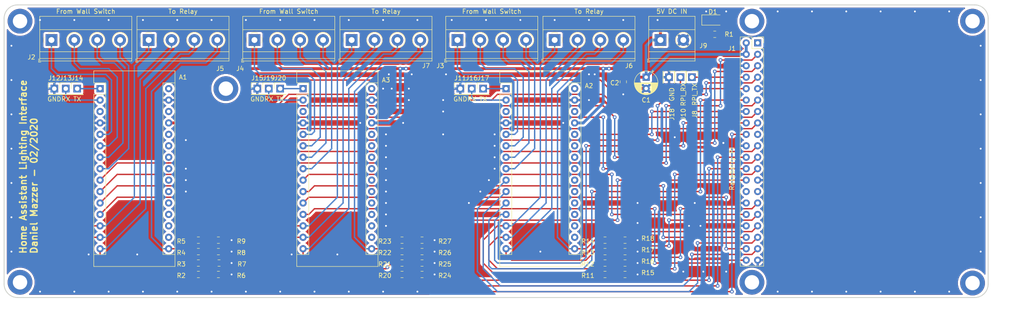
<source format=kicad_pcb>
(kicad_pcb (version 20171130) (host pcbnew "(5.1.5)-3")
  (title_block (title "Home Assistant Lighting Interface") (date 2020-02-03) (rev A) (company "Daniel Mazzer"))
  (layers (0 F.Cu signal) (31 B.Cu signal) (34 B.Paste user) (35 F.Paste user) (36 B.SilkS user) (37 F.SilkS user) (38 B.Mask user) (39 F.Mask user) (44 Edge.Cuts user))
  (net 0 "")
  (net 1 /BLOCK_0/TO_RELAY_D3)
  (net 2 /BLOCK_0/TO_RELAY_D2)
  (net 3 "Net-(A1-Pad30)")
  (net 4 /BLOCK_0/TO_RELAY_D1)
  (net 5 RPI_GND)
  (net 6 /BLOCK_0/TO_RELAY_D0)
  (net 7 "Net-(A1-Pad28)")
  (net 8 RPI_GPIO_13)
  (net 9 RPI_5V)
  (net 10 RPI_GPIO_12)
  (net 11 "Net-(A1-Pad26)")
  (net 12 RPI_GPIO_3)
  (net 13 "Net-(A1-Pad25)")
  (net 14 RPI_GPIO_2)
  (net 15 "Net-(A1-Pad24)")
  (net 16 /BLOCK_0/FROM_WALL_SWITCH_D3)
  (net 17 "Net-(A1-Pad23)")
  (net 18 /BLOCK_0/FROM_WALL_SWITCH_D2)
  (net 19 "Net-(A1-Pad22)")
  (net 20 /BLOCK_0/FROM_WALL_SWITCH_D1)
  (net 21 "Net-(A1-Pad21)")
  (net 22 /BLOCK_0/FROM_WALL_SWITCH_D0)
  (net 23 "Net-(A1-Pad20)")
  (net 24 "Net-(A1-Pad19)")
  (net 25 "Net-(A1-Pad3)")
  (net 26 "Net-(A1-Pad18)")
  (net 27 "Net-(A1-Pad2)")
  (net 28 "Net-(A1-Pad17)")
  (net 29 "Net-(A1-Pad1)")
  (net 30 /BLOCK_1/TO_RELAY_D3)
  (net 31 /BLOCK_1/TO_RELAY_D2)
  (net 32 "Net-(A2-Pad30)")
  (net 33 /BLOCK_1/TO_RELAY_D1)
  (net 34 /BLOCK_1/TO_RELAY_D0)
  (net 35 "Net-(A2-Pad28)")
  (net 36 RPI_GPIO_4)
  (net 37 RPI_GPIO_1)
  (net 38 "Net-(A2-Pad26)")
  (net 39 RPI_GPIO_25)
  (net 40 "Net-(A2-Pad25)")
  (net 41 RPI_GPIO_24)
  (net 42 "Net-(A2-Pad24)")
  (net 43 /BLOCK_1/FROM_WALL_SWITCH_D3)
  (net 44 "Net-(A2-Pad23)")
  (net 45 /BLOCK_1/FROM_WALL_SWITCH_D2)
  (net 46 "Net-(A2-Pad22)")
  (net 47 /BLOCK_1/FROM_WALL_SWITCH_D1)
  (net 48 "Net-(A2-Pad21)")
  (net 49 /BLOCK_1/FROM_WALL_SWITCH_D0)
  (net 50 "Net-(A2-Pad20)")
  (net 51 "Net-(A2-Pad19)")
  (net 52 "Net-(A2-Pad3)")
  (net 53 "Net-(A2-Pad18)")
  (net 54 "Net-(A2-Pad2)")
  (net 55 "Net-(A2-Pad17)")
  (net 56 "Net-(A2-Pad1)")
  (net 57 /BLOCK_2/TO_RELAY_D3)
  (net 58 /BLOCK_2/TO_RELAY_D2)
  (net 59 "Net-(A3-Pad30)")
  (net 60 /BLOCK_2/TO_RELAY_D1)
  (net 61 /BLOCK_2/TO_RELAY_D0)
  (net 62 "Net-(A3-Pad28)")
  (net 63 RPI_GPIO_29)
  (net 64 RPI_GPIO_28)
  (net 65 "Net-(A3-Pad26)")
  (net 66 RPI_GPIO_27)
  (net 67 "Net-(A3-Pad25)")
  (net 68 RPI_GPIO_26)
  (net 69 "Net-(A3-Pad24)")
  (net 70 /BLOCK_2/FROM_WALL_SWITCH_D3)
  (net 71 "Net-(A3-Pad23)")
  (net 72 /BLOCK_2/FROM_WALL_SWITCH_D2)
  (net 73 "Net-(A3-Pad22)")
  (net 74 /BLOCK_2/FROM_WALL_SWITCH_D1)
  (net 75 "Net-(A3-Pad21)")
  (net 76 /BLOCK_2/FROM_WALL_SWITCH_D0)
  (net 77 "Net-(A3-Pad20)")
  (net 78 "Net-(A3-Pad19)")
  (net 79 "Net-(A3-Pad3)")
  (net 80 "Net-(A3-Pad18)")
  (net 81 "Net-(A3-Pad2)")
  (net 82 "Net-(A3-Pad17)")
  (net 83 "Net-(A3-Pad1)")
  (net 84 "Net-(D1-Pad2)")
  (net 85 RPI_GPIO_23)
  (net 86 RPI_GPIO_22)
  (net 87 RPI_GPIO_21)
  (net 88 RPI_SCL0)
  (net 89 RPI_SDA0)
  (net 90 RPI_GPIO_11)
  (net 91 RPI_GPIO_10)
  (net 92 RPI_GPIO_14)
  (net 93 RPI_GPIO_6)
  (net 94 RPI_GPIO_5)
  (net 95 RPI_3V3)
  (net 96 RPI_GPIO_0)
  (net 97 RPI_GPIO_16)
  (net 98 RPI_GPIO_15)
  (net 99 RPI_GPIO_7)
  (net 100 RPI_GPIO_9)
  (net 101 RPI_GPIO_8)
  (module MountingHole:MountingHole_3.2mm_M3_ISO14580_Pad (layer F.Cu) (at 83.185 79.375)
    (fp_text reference REF** hide)
    (fp_text value MountingHole_3.2mm_M3_ISO14580_Pad)
    (pad 1 thru_hole circle (at 0 0) (size 5.5 5.5) (drill 3.2) (layers *.Cu *.Mask))
  )
  (module MountingHole:MountingHole_3.2mm_M3_ISO14580_Pad (layer F.Cu) (at 37.465 122.389)
    (fp_text reference REF** hide)
    (fp_text value MountingHole_3.2mm_M3_ISO14580_Pad)
    (pad 1 thru_hole circle (at 0 0) (size 5.5 5.5) (drill 3.2) (layers *.Cu *.Mask))
  )
  (module MountingHole:MountingHole_3.2mm_M3_ISO14580_Pad (layer F.Cu) (at 37.465 64.389)
    (fp_text reference REF** hide)
    (fp_text value MountingHole_3.2mm_M3_ISO14580_Pad)
    (pad 1 thru_hole circle (at 0 0) (size 5.5 5.5) (drill 3.2) (layers *.Cu *.Mask))
  )
  (module MountingHole:MountingHole_3.2mm_M3_ISO14580_Pad (layer F.Cu) (at 249.025 122.555)
    (fp_text reference REF** hide)
    (fp_text value MountingHole_3.2mm_M3_ISO14580_Pad)
    (pad 1 thru_hole circle (at 0 0) (size 5.5 5.5) (drill 3.2) (layers *.Cu *.Mask))
  )
  (module MountingHole:MountingHole_3.2mm_M3_ISO14580_Pad (layer F.Cu) (at 249.025 64.389)
    (fp_text reference REF** hide)
    (fp_text value MountingHole_3.2mm_M3_ISO14580_Pad)
    (pad 1 thru_hole circle (at 0 0) (size 5.5 5.5) (drill 3.2) (layers *.Cu *.Mask))
  )
  (module MountingHole:MountingHole_3.2mm_M3_ISO14580_Pad (layer F.Cu) (at 200.025 122.389)
    (fp_text reference "Raspberry PI" (at -4.445 -25.234 90) (layer F.SilkS))
    (fp_text value MountingHole_3.2mm_M3_ISO14580_Pad)
    (pad 1 thru_hole circle (at 0 0) (size 5.5 5.5) (drill 3.2) (layers *.Cu *.Mask))
  )
  (module MountingHole:MountingHole_3.2mm_M3_ISO14580_Pad (layer F.Cu) (at 200.025 64.389)
    (fp_text reference REF** hide)
    (fp_text value MountingHole_3.2mm_M3_ISO14580_Pad)
    (pad 1 thru_hole circle (at 0 0) (size 5.5 5.5) (drill 3.2) (layers *.Cu *.Mask))
  )
  (module interface-full:PinSocket_2x20_P2.54mm_Vertical (layer F.Cu) (at 201.295 69.215)
    (fp_text reference J1 (at -5.715 1.27 -180) (layer F.SilkS))
    (fp_text value "RASPBERRY PI")
    (pad 40 thru_hole oval (at -2.54 48.26) (size 1.5748 1.5748) (drill 0.8128) (layers *.Cu *.Mask) (net 63 RPI_GPIO_29))
    (pad 39 thru_hole oval (at 0 48.26) (size 1.5748 1.5748) (drill 0.8128) (layers *.Cu *.Mask) (net 5 RPI_GND))
    (pad 38 thru_hole oval (at -2.54 45.72) (size 1.5748 1.5748) (drill 0.8128) (layers *.Cu *.Mask) (net 64 RPI_GPIO_28))
    (pad 37 thru_hole oval (at 0 45.72) (size 1.5748 1.5748) (drill 0.8128) (layers *.Cu *.Mask) (net 39 RPI_GPIO_25))
    (pad 36 thru_hole oval (at -2.54 43.18) (size 1.5748 1.5748) (drill 0.8128) (layers *.Cu *.Mask) (net 66 RPI_GPIO_27))
    (pad 35 thru_hole oval (at 0 43.18) (size 1.5748 1.5748) (drill 0.8128) (layers *.Cu *.Mask) (net 41 RPI_GPIO_24))
    (pad 34 thru_hole oval (at -2.54 40.64) (size 1.5748 1.5748) (drill 0.8128) (layers *.Cu *.Mask) (net 5 RPI_GND))
    (pad 33 thru_hole oval (at 0 40.64) (size 1.5748 1.5748) (drill 0.8128) (layers *.Cu *.Mask) (net 85 RPI_GPIO_23))
    (pad 32 thru_hole oval (at -2.54 38.1) (size 1.5748 1.5748) (drill 0.8128) (layers *.Cu *.Mask) (net 68 RPI_GPIO_26))
    (pad 31 thru_hole oval (at 0 38.1) (size 1.5748 1.5748) (drill 0.8128) (layers *.Cu *.Mask) (net 86 RPI_GPIO_22))
    (pad 30 thru_hole oval (at -2.54 35.56) (size 1.5748 1.5748) (drill 0.8128) (layers *.Cu *.Mask) (net 5 RPI_GND))
    (pad 29 thru_hole oval (at 0 35.56) (size 1.5748 1.5748) (drill 0.8128) (layers *.Cu *.Mask) (net 87 RPI_GPIO_21))
    (pad 28 thru_hole oval (at -2.54 33.02) (size 1.5748 1.5748) (drill 0.8128) (layers *.Cu *.Mask) (net 88 RPI_SCL0))
    (pad 27 thru_hole oval (at 0 33.02) (size 1.5748 1.5748) (drill 0.8128) (layers *.Cu *.Mask) (net 89 RPI_SDA0))
    (pad 26 thru_hole oval (at -2.54 30.48) (size 1.5748 1.5748) (drill 0.8128) (layers *.Cu *.Mask) (net 90 RPI_GPIO_11))
    (pad 25 thru_hole oval (at 0 30.48) (size 1.5748 1.5748) (drill 0.8128) (layers *.Cu *.Mask) (net 5 RPI_GND))
    (pad 24 thru_hole oval (at -2.54 27.94) (size 1.5748 1.5748) (drill 0.8128) (layers *.Cu *.Mask) (net 91 RPI_GPIO_10))
    (pad 23 thru_hole oval (at 0 27.94) (size 1.5748 1.5748) (drill 0.8128) (layers *.Cu *.Mask) (net 92 RPI_GPIO_14))
    (pad 22 thru_hole oval (at -2.54 25.4) (size 1.5748 1.5748) (drill 0.8128) (layers *.Cu *.Mask) (net 93 RPI_GPIO_6))
    (pad 21 thru_hole oval (at 0 25.4) (size 1.5748 1.5748) (drill 0.8128) (layers *.Cu *.Mask) (net 8 RPI_GPIO_13))
    (pad 20 thru_hole oval (at -2.54 22.86) (size 1.5748 1.5748) (drill 0.8128) (layers *.Cu *.Mask) (net 5 RPI_GND))
    (pad 19 thru_hole oval (at 0 22.86) (size 1.5748 1.5748) (drill 0.8128) (layers *.Cu *.Mask) (net 10 RPI_GPIO_12))
    (pad 18 thru_hole oval (at -2.54 20.32) (size 1.5748 1.5748) (drill 0.8128) (layers *.Cu *.Mask) (net 94 RPI_GPIO_5))
    (pad 17 thru_hole oval (at 0 20.32) (size 1.5748 1.5748) (drill 0.8128) (layers *.Cu *.Mask) (net 95 RPI_3V3))
    (pad 16 thru_hole oval (at -2.54 17.78) (size 1.5748 1.5748) (drill 0.8128) (layers *.Cu *.Mask) (net 36 RPI_GPIO_4))
    (pad 15 thru_hole oval (at 0 17.78) (size 1.5748 1.5748) (drill 0.8128) (layers *.Cu *.Mask) (net 12 RPI_GPIO_3))
    (pad 14 thru_hole oval (at -2.54 15.24) (size 1.5748 1.5748) (drill 0.8128) (layers *.Cu *.Mask) (net 5 RPI_GND))
    (pad 13 thru_hole oval (at 0 15.24) (size 1.5748 1.5748) (drill 0.8128) (layers *.Cu *.Mask) (net 14 RPI_GPIO_2))
    (pad 12 thru_hole oval (at -2.54 12.7) (size 1.5748 1.5748) (drill 0.8128) (layers *.Cu *.Mask) (net 37 RPI_GPIO_1))
    (pad 11 thru_hole oval (at 0 12.7) (size 1.5748 1.5748) (drill 0.8128) (layers *.Cu *.Mask) (net 96 RPI_GPIO_0))
    (pad 10 thru_hole oval (at -2.54 10.16) (size 1.5748 1.5748) (drill 0.8128) (layers *.Cu *.Mask) (net 97 RPI_GPIO_16))
    (pad 9 thru_hole oval (at 0 10.16) (size 1.5748 1.5748) (drill 0.8128) (layers *.Cu *.Mask) (net 5 RPI_GND))
    (pad 8 thru_hole oval (at -2.54 7.62) (size 1.5748 1.5748) (drill 0.8128) (layers *.Cu *.Mask) (net 98 RPI_GPIO_15))
    (pad 7 thru_hole oval (at 0 7.62) (size 1.5748 1.5748) (drill 0.8128) (layers *.Cu *.Mask) (net 99 RPI_GPIO_7))
    (pad 6 thru_hole oval (at -2.54 5.08) (size 1.5748 1.5748) (drill 0.8128) (layers *.Cu *.Mask) (net 5 RPI_GND))
    (pad 5 thru_hole oval (at 0 5.08) (size 1.5748 1.5748) (drill 0.8128) (layers *.Cu *.Mask) (net 100 RPI_GPIO_9))
    (pad 4 thru_hole oval (at -2.54 2.54) (size 1.5748 1.5748) (drill 0.8128) (layers *.Cu *.Mask) (net 9 RPI_5V))
    (pad 3 thru_hole oval (at 0 2.54) (size 1.5748 1.5748) (drill 0.8128) (layers *.Cu *.Mask) (net 101 RPI_GPIO_8))
    (pad 2 thru_hole oval (at -2.54 0) (size 1.5748 1.5748) (drill 0.8128) (layers *.Cu *.Mask) (net 9 RPI_5V))
    (pad 1 thru_hole rect (at 0 0) (size 1.5748 1.5748) (drill 0.8128) (layers *.Cu *.Mask) (net 95 RPI_3V3))
  )
  (module TerminalBlock_Phoenix:TerminalBlock_Phoenix_MKDS-1,5-4-5.08_1x04_P5.08mm_Horizontal (layer F.Cu) (at 44.45 68.58)
    (fp_text reference J2 (at -4.445 3.81) (layer F.SilkS))
    (fp_text value "From Wall Switch" (at 7.62 -6.35) (layer F.SilkS))
    (pad 4 thru_hole circle (at 15.24 0) (size 2.6 2.6) (drill 1.3) (layers *.Cu *.Mask) (net 16 /BLOCK_0/FROM_WALL_SWITCH_D3))
    (pad 3 thru_hole circle (at 10.16 0) (size 2.6 2.6) (drill 1.3) (layers *.Cu *.Mask) (net 18 /BLOCK_0/FROM_WALL_SWITCH_D2))
    (pad 2 thru_hole circle (at 5.08 0) (size 2.6 2.6) (drill 1.3) (layers *.Cu *.Mask) (net 20 /BLOCK_0/FROM_WALL_SWITCH_D1))
    (pad 1 thru_hole rect (at 0 0) (size 2.6 2.6) (drill 1.3) (layers *.Cu *.Mask) (net 22 /BLOCK_0/FROM_WALL_SWITCH_D0))
  )
  (module Connector_PinHeader_2.54mm:PinHeader_1x01_P2.54mm_Vertical (layer F.Cu) (at 95.25 79.375)
    (fp_text reference J20 (at 0 -2.33) (layer F.SilkS))
    (fp_text value TX (at 0 2.33) (layer F.SilkS))
    (pad 1 thru_hole rect (at 0 0) (size 1.7 1.7) (drill 1) (layers *.Cu *.Mask) (net 83 "Net-(A3-Pad1)"))
  )
  (module Connector_PinHeader_2.54mm:PinHeader_1x01_P2.54mm_Vertical (layer F.Cu) (at 92.71 79.375)
    (fp_text reference J19 (at 0 -2.33) (layer F.SilkS))
    (fp_text value RX (at 0 2.33) (layer F.SilkS))
    (pad 1 thru_hole rect (at 0 0) (size 1.7 1.7) (drill 1) (layers *.Cu *.Mask) (net 81 "Net-(A3-Pad2)"))
  )
  (module Connector_PinHeader_2.54mm:PinHeader_1x01_P2.54mm_Vertical (layer F.Cu) (at 181.61 76.835 270)
    (fp_text reference J18 (at 8.255 -0.635 90) (layer F.SilkS))
    (fp_text value GND (at 3.81 -0.635 90) (layer F.SilkS))
    (pad 1 thru_hole rect (at 0 0 270) (size 1.7 1.7) (drill 1) (layers *.Cu *.Mask) (net 5 RPI_GND))
  )
  (module Connector_PinHeader_2.54mm:PinHeader_1x01_P2.54mm_Vertical (layer F.Cu) (at 140.335 79.375)
    (fp_text reference J17 (at 0 -2.33) (layer F.SilkS))
    (fp_text value TX (at 0 2.33) (layer F.SilkS))
    (pad 1 thru_hole rect (at 0 0) (size 1.7 1.7) (drill 1) (layers *.Cu *.Mask) (net 56 "Net-(A2-Pad1)"))
  )
  (module Connector_PinHeader_2.54mm:PinHeader_1x01_P2.54mm_Vertical (layer F.Cu) (at 137.795 79.375)
    (fp_text reference J16 (at 0 -2.33) (layer F.SilkS))
    (fp_text value RX (at 0 2.33) (layer F.SilkS))
    (pad 1 thru_hole rect (at 0 0) (size 1.7 1.7) (drill 1) (layers *.Cu *.Mask) (net 54 "Net-(A2-Pad2)"))
  )
  (module Connector_PinHeader_2.54mm:PinHeader_1x01_P2.54mm_Vertical (layer F.Cu) (at 90.17 79.375)
    (fp_text reference J15 (at 0 -2.33) (layer F.SilkS))
    (fp_text value GND (at 0 2.33) (layer F.SilkS))
    (pad 1 thru_hole rect (at 0 0) (size 1.7 1.7) (drill 1) (layers *.Cu *.Mask) (net 5 RPI_GND))
  )
  (module Connector_PinHeader_2.54mm:PinHeader_1x01_P2.54mm_Vertical (layer F.Cu) (at 50.165 79.375)
    (fp_text reference J14 (at 0 -2.33) (layer F.SilkS))
    (fp_text value TX (at 0 2.33) (layer F.SilkS))
    (pad 1 thru_hole rect (at 0 0) (size 1.7 1.7) (drill 1) (layers *.Cu *.Mask) (net 29 "Net-(A1-Pad1)"))
  )
  (module Connector_PinHeader_2.54mm:PinHeader_1x01_P2.54mm_Vertical (layer F.Cu) (at 47.625 79.375)
    (fp_text reference J13 (at 0 -2.33) (layer F.SilkS))
    (fp_text value RX (at 0 2.33) (layer F.SilkS))
    (pad 1 thru_hole rect (at 0 0) (size 1.7 1.7) (drill 1) (layers *.Cu *.Mask) (net 27 "Net-(A1-Pad2)"))
  )
  (module Connector_PinHeader_2.54mm:PinHeader_1x01_P2.54mm_Vertical (layer F.Cu) (at 45.085 79.375)
    (fp_text reference J12 (at 0 -2.33) (layer F.SilkS))
    (fp_text value GND (at 0 2.33) (layer F.SilkS))
    (pad 1 thru_hole rect (at 0 0) (size 1.7 1.7) (drill 1) (layers *.Cu *.Mask) (net 5 RPI_GND))
  )
  (module Connector_PinHeader_2.54mm:PinHeader_1x01_P2.54mm_Vertical (layer F.Cu) (at 135.255 79.375)
    (fp_text reference J11 (at 0 -2.33) (layer F.SilkS))
    (fp_text value GND (at 0 2.33) (layer F.SilkS))
    (pad 1 thru_hole rect (at 0 0) (size 1.7 1.7) (drill 1) (layers *.Cu *.Mask) (net 5 RPI_GND))
  )
  (module Connector_PinHeader_2.54mm:PinHeader_1x01_P2.54mm_Vertical (layer F.Cu) (at 184.15 76.835 270)
    (fp_text reference J10 (at 8.255 -0.635 90) (layer F.SilkS))
    (fp_text value RPI_RX (at 3.81 -0.635 90) (layer F.SilkS))
    (pad 1 thru_hole rect (at 0 0 270) (size 1.7 1.7) (drill 1) (layers *.Cu *.Mask) (net 97 RPI_GPIO_16))
  )
  (module Connector_PinHeader_2.54mm:PinHeader_1x01_P2.54mm_Vertical (layer F.Cu) (at 186.69 76.835 270)
    (fp_text reference J8 (at 8.255 -0.635 90) (layer F.SilkS))
    (fp_text value RPI_TX (at 3.81 -0.635 90) (layer F.SilkS))
    (pad 1 thru_hole rect (at 0 0 270) (size 1.7 1.7) (drill 1) (layers *.Cu *.Mask) (net 98 RPI_GPIO_15))
  )
  (module Resistor_SMD:R_0805_2012Metric_Pad1.15x1.40mm_HandSolder (layer F.Cu) (at 81.525 113.03)
    (fp_text reference R9 (at 5.08 0.255) (layer F.SilkS))
    (fp_text value 15K)
    (pad 2 smd roundrect (at 1.025 0) (size 1.15 1.4) (layers F.Cu F.Paste F.Mask) (roundrect_rratio 0.217391) (net 5 RPI_GND))
    (pad 1 smd roundrect (at -1.025 0) (size 1.15 1.4) (layers F.Cu F.Paste F.Mask) (roundrect_rratio 0.217391) (net 96 RPI_GPIO_0))
  )
  (module Resistor_SMD:R_0805_2012Metric_Pad1.15x1.40mm_HandSolder (layer F.Cu) (at 81.525 120.65)
    (fp_text reference R6 (at 5.08 0.255) (layer F.SilkS))
    (fp_text value 15K)
    (pad 2 smd roundrect (at 1.025 0) (size 1.15 1.4) (layers F.Cu F.Paste F.Mask) (roundrect_rratio 0.217391) (net 5 RPI_GND))
    (pad 1 smd roundrect (at -1.025 0) (size 1.15 1.4) (layers F.Cu F.Paste F.Mask) (roundrect_rratio 0.217391) (net 101 RPI_GPIO_8))
  )
  (module Resistor_SMD:R_0805_2012Metric_Pad1.15x1.40mm_HandSolder (layer F.Cu) (at 77.08 118.11)
    (fp_text reference R3 (at -3.81 0.255) (layer F.SilkS))
    (fp_text value 10K)
    (pad 2 smd roundrect (at 1.025 0) (size 1.15 1.4) (layers F.Cu F.Paste F.Mask) (roundrect_rratio 0.217391) (net 100 RPI_GPIO_9))
    (pad 1 smd roundrect (at -1.025 0) (size 1.15 1.4) (layers F.Cu F.Paste F.Mask) (roundrect_rratio 0.217391) (net 4 /BLOCK_0/TO_RELAY_D1))
  )
  (module Resistor_SMD:R_0805_2012Metric_Pad1.15x1.40mm_HandSolder (layer F.Cu) (at 77.08 120.65)
    (fp_text reference R2 (at -3.81 0.255) (layer F.SilkS))
    (fp_text value 10K)
    (pad 2 smd roundrect (at 1.025 0) (size 1.15 1.4) (layers F.Cu F.Paste F.Mask) (roundrect_rratio 0.217391) (net 101 RPI_GPIO_8))
    (pad 1 smd roundrect (at -1.025 0) (size 1.15 1.4) (layers F.Cu F.Paste F.Mask) (roundrect_rratio 0.217391) (net 6 /BLOCK_0/TO_RELAY_D0))
  )
  (module Resistor_SMD:R_0805_2012Metric_Pad1.15x1.40mm_HandSolder (layer F.Cu) (at 81.525 115.57)
    (fp_text reference R8 (at 5.08 0.255) (layer F.SilkS))
    (fp_text value 15K)
    (pad 2 smd roundrect (at 1.025 0) (size 1.15 1.4) (layers F.Cu F.Paste F.Mask) (roundrect_rratio 0.217391) (net 5 RPI_GND))
    (pad 1 smd roundrect (at -1.025 0) (size 1.15 1.4) (layers F.Cu F.Paste F.Mask) (roundrect_rratio 0.217391) (net 99 RPI_GPIO_7))
  )
  (module Resistor_SMD:R_0805_2012Metric_Pad1.15x1.40mm_HandSolder (layer F.Cu) (at 77.08 115.57)
    (fp_text reference R4 (at -3.81 0.255) (layer F.SilkS))
    (fp_text value 10K)
    (pad 2 smd roundrect (at 1.025 0) (size 1.15 1.4) (layers F.Cu F.Paste F.Mask) (roundrect_rratio 0.217391) (net 99 RPI_GPIO_7))
    (pad 1 smd roundrect (at -1.025 0) (size 1.15 1.4) (layers F.Cu F.Paste F.Mask) (roundrect_rratio 0.217391) (net 2 /BLOCK_0/TO_RELAY_D2))
  )
  (module Resistor_SMD:R_0805_2012Metric_Pad1.15x1.40mm_HandSolder (layer F.Cu) (at 77.08 113.03)
    (fp_text reference R5 (at -3.81 0.255) (layer F.SilkS))
    (fp_text value 10K)
    (pad 2 smd roundrect (at 1.025 0) (size 1.15 1.4) (layers F.Cu F.Paste F.Mask) (roundrect_rratio 0.217391) (net 96 RPI_GPIO_0))
    (pad 1 smd roundrect (at -1.025 0) (size 1.15 1.4) (layers F.Cu F.Paste F.Mask) (roundrect_rratio 0.217391) (net 1 /BLOCK_0/TO_RELAY_D3))
  )
  (module Resistor_SMD:R_0805_2012Metric_Pad1.15x1.40mm_HandSolder (layer F.Cu) (at 81.67 118.11)
    (fp_text reference R7 (at 5.08 0.255) (layer F.SilkS))
    (fp_text value 15K)
    (pad 2 smd roundrect (at 1.025 0) (size 1.15 1.4) (layers F.Cu F.Paste F.Mask) (roundrect_rratio 0.217391) (net 5 RPI_GND))
    (pad 1 smd roundrect (at -1.025 0) (size 1.15 1.4) (layers F.Cu F.Paste F.Mask) (roundrect_rratio 0.217391) (net 100 RPI_GPIO_9))
  )
  (module Resistor_SMD:R_0805_2012Metric_Pad1.15x1.40mm_HandSolder (layer F.Cu) (at 126.755 113.03)
    (fp_text reference R27 (at 5.08 0.255) (layer F.SilkS))
    (fp_text value 15K)
    (pad 2 smd roundrect (at 1.025 0) (size 1.15 1.4) (layers F.Cu F.Paste F.Mask) (roundrect_rratio 0.217391) (net 5 RPI_GND))
    (pad 1 smd roundrect (at -1.025 0) (size 1.15 1.4) (layers F.Cu F.Paste F.Mask) (roundrect_rratio 0.217391) (net 90 RPI_GPIO_11))
  )
  (module Resistor_SMD:R_0805_2012Metric_Pad1.15x1.40mm_HandSolder (layer F.Cu) (at 126.755 115.57)
    (fp_text reference R26 (at 5.08 0.255) (layer F.SilkS))
    (fp_text value 15K)
    (pad 2 smd roundrect (at 1.025 0) (size 1.15 1.4) (layers F.Cu F.Paste F.Mask) (roundrect_rratio 0.217391) (net 5 RPI_GND))
    (pad 1 smd roundrect (at -1.025 0) (size 1.15 1.4) (layers F.Cu F.Paste F.Mask) (roundrect_rratio 0.217391) (net 91 RPI_GPIO_10))
  )
  (module Resistor_SMD:R_0805_2012Metric_Pad1.15x1.40mm_HandSolder (layer F.Cu) (at 126.755 118.11)
    (fp_text reference R25 (at 5.08 0.255) (layer F.SilkS))
    (fp_text value 15K)
    (pad 2 smd roundrect (at 1.025 0) (size 1.15 1.4) (layers F.Cu F.Paste F.Mask) (roundrect_rratio 0.217391) (net 5 RPI_GND))
    (pad 1 smd roundrect (at -1.025 0) (size 1.15 1.4) (layers F.Cu F.Paste F.Mask) (roundrect_rratio 0.217391) (net 93 RPI_GPIO_6))
  )
  (module Resistor_SMD:R_0805_2012Metric_Pad1.15x1.40mm_HandSolder (layer F.Cu) (at 126.755 120.65)
    (fp_text reference R24 (at 5.08 0.255) (layer F.SilkS))
    (fp_text value 15K)
    (pad 2 smd roundrect (at 1.025 0) (size 1.15 1.4) (layers F.Cu F.Paste F.Mask) (roundrect_rratio 0.217391) (net 5 RPI_GND))
    (pad 1 smd roundrect (at -1.025 0) (size 1.15 1.4) (layers F.Cu F.Paste F.Mask) (roundrect_rratio 0.217391) (net 94 RPI_GPIO_5))
  )
  (module Resistor_SMD:R_0805_2012Metric_Pad1.15x1.40mm_HandSolder (layer F.Cu) (at 122.31 113.03)
    (fp_text reference R23 (at -3.81 0.255) (layer F.SilkS))
    (fp_text value 10K)
    (pad 2 smd roundrect (at 1.025 0) (size 1.15 1.4) (layers F.Cu F.Paste F.Mask) (roundrect_rratio 0.217391) (net 90 RPI_GPIO_11))
    (pad 1 smd roundrect (at -1.025 0) (size 1.15 1.4) (layers F.Cu F.Paste F.Mask) (roundrect_rratio 0.217391) (net 57 /BLOCK_2/TO_RELAY_D3))
  )
  (module Resistor_SMD:R_0805_2012Metric_Pad1.15x1.40mm_HandSolder (layer F.Cu) (at 122.31 115.57)
    (fp_text reference R22 (at -3.81 0.255) (layer F.SilkS))
    (fp_text value 10K)
    (pad 2 smd roundrect (at 1.025 0) (size 1.15 1.4) (layers F.Cu F.Paste F.Mask) (roundrect_rratio 0.217391) (net 91 RPI_GPIO_10))
    (pad 1 smd roundrect (at -1.025 0) (size 1.15 1.4) (layers F.Cu F.Paste F.Mask) (roundrect_rratio 0.217391) (net 58 /BLOCK_2/TO_RELAY_D2))
  )
  (module Resistor_SMD:R_0805_2012Metric_Pad1.15x1.40mm_HandSolder (layer F.Cu) (at 122.31 118.11)
    (fp_text reference R21 (at -3.81 0.255) (layer F.SilkS))
    (fp_text value 10K)
    (pad 2 smd roundrect (at 1.025 0) (size 1.15 1.4) (layers F.Cu F.Paste F.Mask) (roundrect_rratio 0.217391) (net 93 RPI_GPIO_6))
    (pad 1 smd roundrect (at -1.025 0) (size 1.15 1.4) (layers F.Cu F.Paste F.Mask) (roundrect_rratio 0.217391) (net 60 /BLOCK_2/TO_RELAY_D1))
  )
  (module Resistor_SMD:R_0805_2012Metric_Pad1.15x1.40mm_HandSolder (layer F.Cu) (at 122.31 120.65)
    (fp_text reference R20 (at -3.81 0.255) (layer F.SilkS))
    (fp_text value 10K)
    (pad 2 smd roundrect (at 1.025 0) (size 1.15 1.4) (layers F.Cu F.Paste F.Mask) (roundrect_rratio 0.217391) (net 94 RPI_GPIO_5))
    (pad 1 smd roundrect (at -1.025 0) (size 1.15 1.4) (layers F.Cu F.Paste F.Mask) (roundrect_rratio 0.217391) (net 61 /BLOCK_2/TO_RELAY_D0))
  )
  (module Resistor_SMD:R_0805_2012Metric_Pad1.15x1.40mm_HandSolder (layer F.Cu) (at 171.84 113.03)
    (fp_text reference R18 (at 5.08 -0.38) (layer F.SilkS))
    (fp_text value 15K)
    (pad 2 smd roundrect (at 1.025 0) (size 1.15 1.4) (layers F.Cu F.Paste F.Mask) (roundrect_rratio 0.217391) (net 5 RPI_GND))
    (pad 1 smd roundrect (at -1.025 0) (size 1.15 1.4) (layers F.Cu F.Paste F.Mask) (roundrect_rratio 0.217391) (net 85 RPI_GPIO_23))
  )
  (module Resistor_SMD:R_0805_2012Metric_Pad1.15x1.40mm_HandSolder (layer F.Cu) (at 171.84 115.57)
    (fp_text reference R17 (at 5.08 -0.38) (layer F.SilkS))
    (fp_text value 15K)
    (pad 2 smd roundrect (at 1.025 0) (size 1.15 1.4) (layers F.Cu F.Paste F.Mask) (roundrect_rratio 0.217391) (net 5 RPI_GND))
    (pad 1 smd roundrect (at -1.025 0) (size 1.15 1.4) (layers F.Cu F.Paste F.Mask) (roundrect_rratio 0.217391) (net 86 RPI_GPIO_22))
  )
  (module Resistor_SMD:R_0805_2012Metric_Pad1.15x1.40mm_HandSolder (layer F.Cu) (at 171.84 118.11)
    (fp_text reference R16 (at 5.08 -0.38) (layer F.SilkS))
    (fp_text value 15K)
    (pad 2 smd roundrect (at 1.025 0) (size 1.15 1.4) (layers F.Cu F.Paste F.Mask) (roundrect_rratio 0.217391) (net 5 RPI_GND))
    (pad 1 smd roundrect (at -1.025 0) (size 1.15 1.4) (layers F.Cu F.Paste F.Mask) (roundrect_rratio 0.217391) (net 87 RPI_GPIO_21))
  )
  (module Resistor_SMD:R_0805_2012Metric_Pad1.15x1.40mm_HandSolder (layer F.Cu) (at 171.84 120.65)
    (fp_text reference R15 (at 5.08 -0.38) (layer F.SilkS))
    (fp_text value 15K)
    (pad 2 smd roundrect (at 1.025 0) (size 1.15 1.4) (layers F.Cu F.Paste F.Mask) (roundrect_rratio 0.217391) (net 5 RPI_GND))
    (pad 1 smd roundrect (at -1.025 0) (size 1.15 1.4) (layers F.Cu F.Paste F.Mask) (roundrect_rratio 0.217391) (net 92 RPI_GPIO_14))
  )
  (module Resistor_SMD:R_0805_2012Metric_Pad1.15x1.40mm_HandSolder (layer F.Cu) (at 167.395 113.03)
    (fp_text reference R14 (at -3.81 0.255) (layer F.SilkS))
    (fp_text value 10K)
    (pad 2 smd roundrect (at 1.025 0) (size 1.15 1.4) (layers F.Cu F.Paste F.Mask) (roundrect_rratio 0.217391) (net 85 RPI_GPIO_23))
    (pad 1 smd roundrect (at -1.025 0) (size 1.15 1.4) (layers F.Cu F.Paste F.Mask) (roundrect_rratio 0.217391) (net 30 /BLOCK_1/TO_RELAY_D3))
  )
  (module Resistor_SMD:R_0805_2012Metric_Pad1.15x1.40mm_HandSolder (layer F.Cu) (at 167.395 115.57)
    (fp_text reference R13 (at -3.81 0.255) (layer F.SilkS))
    (fp_text value 10K)
    (pad 2 smd roundrect (at 1.025 0) (size 1.15 1.4) (layers F.Cu F.Paste F.Mask) (roundrect_rratio 0.217391) (net 86 RPI_GPIO_22))
    (pad 1 smd roundrect (at -1.025 0) (size 1.15 1.4) (layers F.Cu F.Paste F.Mask) (roundrect_rratio 0.217391) (net 31 /BLOCK_1/TO_RELAY_D2))
  )
  (module Resistor_SMD:R_0805_2012Metric_Pad1.15x1.40mm_HandSolder (layer F.Cu) (at 167.395 118.11)
    (fp_text reference R12 (at -3.81 0.255) (layer F.SilkS))
    (fp_text value 10K)
    (pad 2 smd roundrect (at 1.025 0) (size 1.15 1.4) (layers F.Cu F.Paste F.Mask) (roundrect_rratio 0.217391) (net 87 RPI_GPIO_21))
    (pad 1 smd roundrect (at -1.025 0) (size 1.15 1.4) (layers F.Cu F.Paste F.Mask) (roundrect_rratio 0.217391) (net 33 /BLOCK_1/TO_RELAY_D1))
  )
  (module Resistor_SMD:R_0805_2012Metric_Pad1.15x1.40mm_HandSolder (layer F.Cu) (at 167.395 120.65)
    (fp_text reference R11 (at -3.81 0.255) (layer F.SilkS))
    (fp_text value 10K)
    (pad 2 smd roundrect (at 1.025 0) (size 1.15 1.4) (layers F.Cu F.Paste F.Mask) (roundrect_rratio 0.217391) (net 92 RPI_GPIO_14))
    (pad 1 smd roundrect (at -1.025 0) (size 1.15 1.4) (layers F.Cu F.Paste F.Mask) (roundrect_rratio 0.217391) (net 34 /BLOCK_1/TO_RELAY_D0))
  )
  (module Resistor_SMD:R_0805_2012Metric_Pad1.15x1.40mm_HandSolder (layer F.Cu) (at 191.77 67.31)
    (fp_text reference R1 (at 3.175 0) (layer F.SilkS))
    (fp_text value 470R)
    (pad 2 smd roundrect (at 1.025 0) (size 1.15 1.4) (layers F.Cu F.Paste F.Mask) (roundrect_rratio 0.217391) (net 84 "Net-(D1-Pad2)"))
    (pad 1 smd roundrect (at -1.025 0) (size 1.15 1.4) (layers F.Cu F.Paste F.Mask) (roundrect_rratio 0.217391) (net 9 RPI_5V))
  )
  (module TerminalBlock_Phoenix:TerminalBlock_Phoenix_MKDS-1,5-2-5.08_1x02_P5.08mm_Horizontal (layer F.Cu) (at 179.705 68.58)
    (fp_text reference J9 (at 9.525 1.27) (layer F.SilkS))
    (fp_text value "5V DC IN" (at 2.54 -6.35 unlocked) (layer F.SilkS))
    (pad 2 thru_hole circle (at 5.08 0) (size 2.6 2.6) (drill 1.3) (layers *.Cu *.Mask) (net 5 RPI_GND))
    (pad 1 thru_hole rect (at 0 0) (size 2.6 2.6) (drill 1.3) (layers *.Cu *.Mask) (net 9 RPI_5V))
  )
  (module TerminalBlock_Phoenix:TerminalBlock_Phoenix_MKDS-1,5-4-5.08_1x04_P5.08mm_Horizontal (layer F.Cu) (at 111.125 68.58)
    (fp_text reference J7 (at 16.51 5.715) (layer F.SilkS))
    (fp_text value "To Relay" (at 7.62 -6.35) (layer F.SilkS))
    (pad 4 thru_hole circle (at 15.24 0) (size 2.6 2.6) (drill 1.3) (layers *.Cu *.Mask) (net 57 /BLOCK_2/TO_RELAY_D3))
    (pad 3 thru_hole circle (at 10.16 0) (size 2.6 2.6) (drill 1.3) (layers *.Cu *.Mask) (net 58 /BLOCK_2/TO_RELAY_D2))
    (pad 2 thru_hole circle (at 5.08 0) (size 2.6 2.6) (drill 1.3) (layers *.Cu *.Mask) (net 60 /BLOCK_2/TO_RELAY_D1))
    (pad 1 thru_hole rect (at 0 0) (size 2.6 2.6) (drill 1.3) (layers *.Cu *.Mask) (net 61 /BLOCK_2/TO_RELAY_D0))
  )
  (module TerminalBlock_Phoenix:TerminalBlock_Phoenix_MKDS-1,5-4-5.08_1x04_P5.08mm_Horizontal (layer F.Cu) (at 156.21 68.58)
    (fp_text reference J6 (at 16.51 5.715) (layer F.SilkS))
    (fp_text value "To Relay" (at 7.62 -6.35) (layer F.SilkS))
    (pad 4 thru_hole circle (at 15.24 0) (size 2.6 2.6) (drill 1.3) (layers *.Cu *.Mask) (net 30 /BLOCK_1/TO_RELAY_D3))
    (pad 3 thru_hole circle (at 10.16 0) (size 2.6 2.6) (drill 1.3) (layers *.Cu *.Mask) (net 31 /BLOCK_1/TO_RELAY_D2))
    (pad 2 thru_hole circle (at 5.08 0) (size 2.6 2.6) (drill 1.3) (layers *.Cu *.Mask) (net 33 /BLOCK_1/TO_RELAY_D1))
    (pad 1 thru_hole rect (at 0 0) (size 2.6 2.6) (drill 1.3) (layers *.Cu *.Mask) (net 34 /BLOCK_1/TO_RELAY_D0))
  )
  (module TerminalBlock_Phoenix:TerminalBlock_Phoenix_MKDS-1,5-4-5.08_1x04_P5.08mm_Horizontal (layer F.Cu) (at 66.04 68.58)
    (fp_text reference J5 (at 15.875 6.35) (layer F.SilkS))
    (fp_text value "To Relay" (at 7.62 -6.35) (layer F.SilkS))
    (pad 4 thru_hole circle (at 15.24 0) (size 2.6 2.6) (drill 1.3) (layers *.Cu *.Mask) (net 1 /BLOCK_0/TO_RELAY_D3))
    (pad 3 thru_hole circle (at 10.16 0) (size 2.6 2.6) (drill 1.3) (layers *.Cu *.Mask) (net 2 /BLOCK_0/TO_RELAY_D2))
    (pad 2 thru_hole circle (at 5.08 0) (size 2.6 2.6) (drill 1.3) (layers *.Cu *.Mask) (net 4 /BLOCK_0/TO_RELAY_D1))
    (pad 1 thru_hole rect (at 0 0) (size 2.6 2.6) (drill 1.3) (layers *.Cu *.Mask) (net 6 /BLOCK_0/TO_RELAY_D0))
  )
  (module TerminalBlock_Phoenix:TerminalBlock_Phoenix_MKDS-1,5-4-5.08_1x04_P5.08mm_Horizontal (layer F.Cu) (at 89.535 68.58)
    (fp_text reference J4 (at -3.175 6.35) (layer F.SilkS))
    (fp_text value "From Wall Switch" (at 7.62 -6.35) (layer F.SilkS))
    (pad 4 thru_hole circle (at 15.24 0) (size 2.6 2.6) (drill 1.3) (layers *.Cu *.Mask) (net 70 /BLOCK_2/FROM_WALL_SWITCH_D3))
    (pad 3 thru_hole circle (at 10.16 0) (size 2.6 2.6) (drill 1.3) (layers *.Cu *.Mask) (net 72 /BLOCK_2/FROM_WALL_SWITCH_D2))
    (pad 2 thru_hole circle (at 5.08 0) (size 2.6 2.6) (drill 1.3) (layers *.Cu *.Mask) (net 74 /BLOCK_2/FROM_WALL_SWITCH_D1))
    (pad 1 thru_hole rect (at 0 0) (size 2.6 2.6) (drill 1.3) (layers *.Cu *.Mask) (net 76 /BLOCK_2/FROM_WALL_SWITCH_D0))
  )
  (module TerminalBlock_Phoenix:TerminalBlock_Phoenix_MKDS-1,5-4-5.08_1x04_P5.08mm_Horizontal (layer F.Cu) (at 134.62 68.58)
    (fp_text reference J3 (at -3.81 5.715) (layer F.SilkS))
    (fp_text value "From Wall Switch" (at 7.62 -6.35) (layer F.SilkS))
    (pad 4 thru_hole circle (at 15.24 0) (size 2.6 2.6) (drill 1.3) (layers *.Cu *.Mask) (net 43 /BLOCK_1/FROM_WALL_SWITCH_D3))
    (pad 3 thru_hole circle (at 10.16 0) (size 2.6 2.6) (drill 1.3) (layers *.Cu *.Mask) (net 45 /BLOCK_1/FROM_WALL_SWITCH_D2))
    (pad 2 thru_hole circle (at 5.08 0) (size 2.6 2.6) (drill 1.3) (layers *.Cu *.Mask) (net 47 /BLOCK_1/FROM_WALL_SWITCH_D1))
    (pad 1 thru_hole rect (at 0 0) (size 2.6 2.6) (drill 1.3) (layers *.Cu *.Mask) (net 49 /BLOCK_1/FROM_WALL_SWITCH_D0))
  )
  (module LED_SMD:LED_1206_3216Metric_Pad1.42x1.75mm_HandSolder (layer F.Cu) (at 191.3525 64.135)
    (fp_text reference D1 (at 0 -1.82) (layer F.SilkS))
    (fp_text value LED)
    (pad 2 smd roundrect (at 1.4875 0) (size 1.425 1.75) (layers F.Cu F.Paste F.Mask) (roundrect_rratio 0.175439) (net 84 "Net-(D1-Pad2)"))
    (pad 1 smd roundrect (at -1.4875 0) (size 1.425 1.75) (layers F.Cu F.Paste F.Mask) (roundrect_rratio 0.175439) (net 5 RPI_GND))
  )
  (module Capacitor_SMD:C_0805_2012Metric_Pad1.15x1.40mm_HandSolder (layer F.Cu) (at 171.45 77.86 270)
    (fp_text reference C2 (at 0.245 1.905) (layer F.SilkS))
    (fp_text value 100nF)
    (pad 2 smd roundrect (at 1.025 0 270) (size 1.15 1.4) (layers F.Cu F.Paste F.Mask) (roundrect_rratio 0.217391) (net 5 RPI_GND))
    (pad 1 smd roundrect (at -1.025 0 270) (size 1.15 1.4) (layers F.Cu F.Paste F.Mask) (roundrect_rratio 0.217391) (net 9 RPI_5V))
  )
  (module Capacitor_THT:CP_Radial_D5.0mm_P2.50mm (layer F.Cu) (at 176.53 76.835 270)
    (fp_text reference C1 (at 5.08 0 180) (layer F.SilkS))
    (fp_text value 10uF)
    (pad 2 thru_hole circle (at 2.5 0 270) (size 1.6 1.6) (drill 0.8) (layers *.Cu *.Mask) (net 5 RPI_GND))
    (pad 1 thru_hole rect (at 0 0 270) (size 1.6 1.6) (drill 0.8) (layers *.Cu *.Mask) (net 9 RPI_5V))
  )
  (module Module:Arduino_Nano (layer F.Cu) (at 100.33 79.375)
    (fp_text reference A3 (at 18.415 -1.905) (layer F.SilkS))
    (fp_text value Arduino)
    (pad 16 thru_hole oval (at 15.24 35.56) (size 1.6 1.6) (drill 0.8) (layers *.Cu *.Mask) (net 57 /BLOCK_2/TO_RELAY_D3))
    (pad 15 thru_hole oval (at 0 35.56) (size 1.6 1.6) (drill 0.8) (layers *.Cu *.Mask) (net 58 /BLOCK_2/TO_RELAY_D2))
    (pad 30 thru_hole oval (at 15.24 0) (size 1.6 1.6) (drill 0.8) (layers *.Cu *.Mask) (net 59 "Net-(A3-Pad30)"))
    (pad 14 thru_hole oval (at 0 33.02) (size 1.6 1.6) (drill 0.8) (layers *.Cu *.Mask) (net 60 /BLOCK_2/TO_RELAY_D1))
    (pad 29 thru_hole oval (at 15.24 2.54) (size 1.6 1.6) (drill 0.8) (layers *.Cu *.Mask) (net 5 RPI_GND))
    (pad 13 thru_hole oval (at 0 30.48) (size 1.6 1.6) (drill 0.8) (layers *.Cu *.Mask) (net 61 /BLOCK_2/TO_RELAY_D0))
    (pad 28 thru_hole oval (at 15.24 5.08) (size 1.6 1.6) (drill 0.8) (layers *.Cu *.Mask) (net 62 "Net-(A3-Pad28)"))
    (pad 12 thru_hole oval (at 0 27.94) (size 1.6 1.6) (drill 0.8) (layers *.Cu *.Mask) (net 63 RPI_GPIO_29))
    (pad 27 thru_hole oval (at 15.24 7.62) (size 1.6 1.6) (drill 0.8) (layers *.Cu *.Mask) (net 9 RPI_5V))
    (pad 11 thru_hole oval (at 0 25.4) (size 1.6 1.6) (drill 0.8) (layers *.Cu *.Mask) (net 64 RPI_GPIO_28))
    (pad 26 thru_hole oval (at 15.24 10.16) (size 1.6 1.6) (drill 0.8) (layers *.Cu *.Mask) (net 65 "Net-(A3-Pad26)"))
    (pad 10 thru_hole oval (at 0 22.86) (size 1.6 1.6) (drill 0.8) (layers *.Cu *.Mask) (net 66 RPI_GPIO_27))
    (pad 25 thru_hole oval (at 15.24 12.7) (size 1.6 1.6) (drill 0.8) (layers *.Cu *.Mask) (net 67 "Net-(A3-Pad25)"))
    (pad 9 thru_hole oval (at 0 20.32) (size 1.6 1.6) (drill 0.8) (layers *.Cu *.Mask) (net 68 RPI_GPIO_26))
    (pad 24 thru_hole oval (at 15.24 15.24) (size 1.6 1.6) (drill 0.8) (layers *.Cu *.Mask) (net 69 "Net-(A3-Pad24)"))
    (pad 8 thru_hole oval (at 0 17.78) (size 1.6 1.6) (drill 0.8) (layers *.Cu *.Mask) (net 70 /BLOCK_2/FROM_WALL_SWITCH_D3))
    (pad 23 thru_hole oval (at 15.24 17.78) (size 1.6 1.6) (drill 0.8) (layers *.Cu *.Mask) (net 71 "Net-(A3-Pad23)"))
    (pad 7 thru_hole oval (at 0 15.24) (size 1.6 1.6) (drill 0.8) (layers *.Cu *.Mask) (net 72 /BLOCK_2/FROM_WALL_SWITCH_D2))
    (pad 22 thru_hole oval (at 15.24 20.32) (size 1.6 1.6) (drill 0.8) (layers *.Cu *.Mask) (net 73 "Net-(A3-Pad22)"))
    (pad 6 thru_hole oval (at 0 12.7) (size 1.6 1.6) (drill 0.8) (layers *.Cu *.Mask) (net 74 /BLOCK_2/FROM_WALL_SWITCH_D1))
    (pad 21 thru_hole oval (at 15.24 22.86) (size 1.6 1.6) (drill 0.8) (layers *.Cu *.Mask) (net 75 "Net-(A3-Pad21)"))
    (pad 5 thru_hole oval (at 0 10.16) (size 1.6 1.6) (drill 0.8) (layers *.Cu *.Mask) (net 76 /BLOCK_2/FROM_WALL_SWITCH_D0))
    (pad 20 thru_hole oval (at 15.24 25.4) (size 1.6 1.6) (drill 0.8) (layers *.Cu *.Mask) (net 77 "Net-(A3-Pad20)"))
    (pad 4 thru_hole oval (at 0 7.62) (size 1.6 1.6) (drill 0.8) (layers *.Cu *.Mask) (net 5 RPI_GND))
    (pad 19 thru_hole oval (at 15.24 27.94) (size 1.6 1.6) (drill 0.8) (layers *.Cu *.Mask) (net 78 "Net-(A3-Pad19)"))
    (pad 3 thru_hole oval (at 0 5.08) (size 1.6 1.6) (drill 0.8) (layers *.Cu *.Mask) (net 79 "Net-(A3-Pad3)"))
    (pad 18 thru_hole oval (at 15.24 30.48) (size 1.6 1.6) (drill 0.8) (layers *.Cu *.Mask) (net 80 "Net-(A3-Pad18)"))
    (pad 2 thru_hole oval (at 0 2.54) (size 1.6 1.6) (drill 0.8) (layers *.Cu *.Mask) (net 81 "Net-(A3-Pad2)"))
    (pad 17 thru_hole oval (at 15.24 33.02) (size 1.6 1.6) (drill 0.8) (layers *.Cu *.Mask) (net 82 "Net-(A3-Pad17)"))
    (pad 1 thru_hole rect (at 0 0) (size 1.6 1.6) (drill 0.8) (layers *.Cu *.Mask) (net 83 "Net-(A3-Pad1)"))
  )
  (module Module:Arduino_Nano (layer F.Cu) (at 145.415 79.375)
    (fp_text reference A2 (at 18.415 -0.635) (layer F.SilkS))
    (fp_text value Arduino)
    (pad 16 thru_hole oval (at 15.24 35.56) (size 1.6 1.6) (drill 0.8) (layers *.Cu *.Mask) (net 30 /BLOCK_1/TO_RELAY_D3))
    (pad 15 thru_hole oval (at 0 35.56) (size 1.6 1.6) (drill 0.8) (layers *.Cu *.Mask) (net 31 /BLOCK_1/TO_RELAY_D2))
    (pad 30 thru_hole oval (at 15.24 0) (size 1.6 1.6) (drill 0.8) (layers *.Cu *.Mask) (net 32 "Net-(A2-Pad30)"))
    (pad 14 thru_hole oval (at 0 33.02) (size 1.6 1.6) (drill 0.8) (layers *.Cu *.Mask) (net 33 /BLOCK_1/TO_RELAY_D1))
    (pad 29 thru_hole oval (at 15.24 2.54) (size 1.6 1.6) (drill 0.8) (layers *.Cu *.Mask) (net 5 RPI_GND))
    (pad 13 thru_hole oval (at 0 30.48) (size 1.6 1.6) (drill 0.8) (layers *.Cu *.Mask) (net 34 /BLOCK_1/TO_RELAY_D0))
    (pad 28 thru_hole oval (at 15.24 5.08) (size 1.6 1.6) (drill 0.8) (layers *.Cu *.Mask) (net 35 "Net-(A2-Pad28)"))
    (pad 12 thru_hole oval (at 0 27.94) (size 1.6 1.6) (drill 0.8) (layers *.Cu *.Mask) (net 36 RPI_GPIO_4))
    (pad 27 thru_hole oval (at 15.24 7.62) (size 1.6 1.6) (drill 0.8) (layers *.Cu *.Mask) (net 9 RPI_5V))
    (pad 11 thru_hole oval (at 0 25.4) (size 1.6 1.6) (drill 0.8) (layers *.Cu *.Mask) (net 37 RPI_GPIO_1))
    (pad 26 thru_hole oval (at 15.24 10.16) (size 1.6 1.6) (drill 0.8) (layers *.Cu *.Mask) (net 38 "Net-(A2-Pad26)"))
    (pad 10 thru_hole oval (at 0 22.86) (size 1.6 1.6) (drill 0.8) (layers *.Cu *.Mask) (net 39 RPI_GPIO_25))
    (pad 25 thru_hole oval (at 15.24 12.7) (size 1.6 1.6) (drill 0.8) (layers *.Cu *.Mask) (net 40 "Net-(A2-Pad25)"))
    (pad 9 thru_hole oval (at 0 20.32) (size 1.6 1.6) (drill 0.8) (layers *.Cu *.Mask) (net 41 RPI_GPIO_24))
    (pad 24 thru_hole oval (at 15.24 15.24) (size 1.6 1.6) (drill 0.8) (layers *.Cu *.Mask) (net 42 "Net-(A2-Pad24)"))
    (pad 8 thru_hole oval (at 0 17.78) (size 1.6 1.6) (drill 0.8) (layers *.Cu *.Mask) (net 43 /BLOCK_1/FROM_WALL_SWITCH_D3))
    (pad 23 thru_hole oval (at 15.24 17.78) (size 1.6 1.6) (drill 0.8) (layers *.Cu *.Mask) (net 44 "Net-(A2-Pad23)"))
    (pad 7 thru_hole oval (at 0 15.24) (size 1.6 1.6) (drill 0.8) (layers *.Cu *.Mask) (net 45 /BLOCK_1/FROM_WALL_SWITCH_D2))
    (pad 22 thru_hole oval (at 15.24 20.32) (size 1.6 1.6) (drill 0.8) (layers *.Cu *.Mask) (net 46 "Net-(A2-Pad22)"))
    (pad 6 thru_hole oval (at 0 12.7) (size 1.6 1.6) (drill 0.8) (layers *.Cu *.Mask) (net 47 /BLOCK_1/FROM_WALL_SWITCH_D1))
    (pad 21 thru_hole oval (at 15.24 22.86) (size 1.6 1.6) (drill 0.8) (layers *.Cu *.Mask) (net 48 "Net-(A2-Pad21)"))
    (pad 5 thru_hole oval (at 0 10.16) (size 1.6 1.6) (drill 0.8) (layers *.Cu *.Mask) (net 49 /BLOCK_1/FROM_WALL_SWITCH_D0))
    (pad 20 thru_hole oval (at 15.24 25.4) (size 1.6 1.6) (drill 0.8) (layers *.Cu *.Mask) (net 50 "Net-(A2-Pad20)"))
    (pad 4 thru_hole oval (at 0 7.62) (size 1.6 1.6) (drill 0.8) (layers *.Cu *.Mask) (net 5 RPI_GND))
    (pad 19 thru_hole oval (at 15.24 27.94) (size 1.6 1.6) (drill 0.8) (layers *.Cu *.Mask) (net 51 "Net-(A2-Pad19)"))
    (pad 3 thru_hole oval (at 0 5.08) (size 1.6 1.6) (drill 0.8) (layers *.Cu *.Mask) (net 52 "Net-(A2-Pad3)"))
    (pad 18 thru_hole oval (at 15.24 30.48) (size 1.6 1.6) (drill 0.8) (layers *.Cu *.Mask) (net 53 "Net-(A2-Pad18)"))
    (pad 2 thru_hole oval (at 0 2.54) (size 1.6 1.6) (drill 0.8) (layers *.Cu *.Mask) (net 54 "Net-(A2-Pad2)"))
    (pad 17 thru_hole oval (at 15.24 33.02) (size 1.6 1.6) (drill 0.8) (layers *.Cu *.Mask) (net 55 "Net-(A2-Pad17)"))
    (pad 1 thru_hole rect (at 0 0) (size 1.6 1.6) (drill 0.8) (layers *.Cu *.Mask) (net 56 "Net-(A2-Pad1)"))
  )
  (module Module:Arduino_Nano (layer F.Cu) (at 55.245 79.375)
    (fp_text reference A1 (at 18.415 -2.54) (layer F.SilkS))
    (fp_text value Arduino)
    (pad 16 thru_hole oval (at 15.24 35.56) (size 1.6 1.6) (drill 0.8) (layers *.Cu *.Mask) (net 1 /BLOCK_0/TO_RELAY_D3))
    (pad 15 thru_hole oval (at 0 35.56) (size 1.6 1.6) (drill 0.8) (layers *.Cu *.Mask) (net 2 /BLOCK_0/TO_RELAY_D2))
    (pad 30 thru_hole oval (at 15.24 0) (size 1.6 1.6) (drill 0.8) (layers *.Cu *.Mask) (net 3 "Net-(A1-Pad30)"))
    (pad 14 thru_hole oval (at 0 33.02) (size 1.6 1.6) (drill 0.8) (layers *.Cu *.Mask) (net 4 /BLOCK_0/TO_RELAY_D1))
    (pad 29 thru_hole oval (at 15.24 2.54) (size 1.6 1.6) (drill 0.8) (layers *.Cu *.Mask) (net 5 RPI_GND))
    (pad 13 thru_hole oval (at 0 30.48) (size 1.6 1.6) (drill 0.8) (layers *.Cu *.Mask) (net 6 /BLOCK_0/TO_RELAY_D0))
    (pad 28 thru_hole oval (at 15.24 5.08) (size 1.6 1.6) (drill 0.8) (layers *.Cu *.Mask) (net 7 "Net-(A1-Pad28)"))
    (pad 12 thru_hole oval (at 0 27.94) (size 1.6 1.6) (drill 0.8) (layers *.Cu *.Mask) (net 8 RPI_GPIO_13))
    (pad 27 thru_hole oval (at 15.24 7.62) (size 1.6 1.6) (drill 0.8) (layers *.Cu *.Mask) (net 9 RPI_5V))
    (pad 11 thru_hole oval (at 0 25.4) (size 1.6 1.6) (drill 0.8) (layers *.Cu *.Mask) (net 10 RPI_GPIO_12))
    (pad 26 thru_hole oval (at 15.24 10.16) (size 1.6 1.6) (drill 0.8) (layers *.Cu *.Mask) (net 11 "Net-(A1-Pad26)"))
    (pad 10 thru_hole oval (at 0 22.86) (size 1.6 1.6) (drill 0.8) (layers *.Cu *.Mask) (net 12 RPI_GPIO_3))
    (pad 25 thru_hole oval (at 15.24 12.7) (size 1.6 1.6) (drill 0.8) (layers *.Cu *.Mask) (net 13 "Net-(A1-Pad25)"))
    (pad 9 thru_hole oval (at 0 20.32) (size 1.6 1.6) (drill 0.8) (layers *.Cu *.Mask) (net 14 RPI_GPIO_2))
    (pad 24 thru_hole oval (at 15.24 15.24) (size 1.6 1.6) (drill 0.8) (layers *.Cu *.Mask) (net 15 "Net-(A1-Pad24)"))
    (pad 8 thru_hole oval (at 0 17.78) (size 1.6 1.6) (drill 0.8) (layers *.Cu *.Mask) (net 16 /BLOCK_0/FROM_WALL_SWITCH_D3))
    (pad 23 thru_hole oval (at 15.24 17.78) (size 1.6 1.6) (drill 0.8) (layers *.Cu *.Mask) (net 17 "Net-(A1-Pad23)"))
    (pad 7 thru_hole oval (at 0 15.24) (size 1.6 1.6) (drill 0.8) (layers *.Cu *.Mask) (net 18 /BLOCK_0/FROM_WALL_SWITCH_D2))
    (pad 22 thru_hole oval (at 15.24 20.32) (size 1.6 1.6) (drill 0.8) (layers *.Cu *.Mask) (net 19 "Net-(A1-Pad22)"))
    (pad 6 thru_hole oval (at 0 12.7) (size 1.6 1.6) (drill 0.8) (layers *.Cu *.Mask) (net 20 /BLOCK_0/FROM_WALL_SWITCH_D1))
    (pad 21 thru_hole oval (at 15.24 22.86) (size 1.6 1.6) (drill 0.8) (layers *.Cu *.Mask) (net 21 "Net-(A1-Pad21)"))
    (pad 5 thru_hole oval (at 0 10.16) (size 1.6 1.6) (drill 0.8) (layers *.Cu *.Mask) (net 22 /BLOCK_0/FROM_WALL_SWITCH_D0))
    (pad 20 thru_hole oval (at 15.24 25.4) (size 1.6 1.6) (drill 0.8) (layers *.Cu *.Mask) (net 23 "Net-(A1-Pad20)"))
    (pad 4 thru_hole oval (at 0 7.62) (size 1.6 1.6) (drill 0.8) (layers *.Cu *.Mask) (net 5 RPI_GND))
    (pad 19 thru_hole oval (at 15.24 27.94) (size 1.6 1.6) (drill 0.8) (layers *.Cu *.Mask) (net 24 "Net-(A1-Pad19)"))
    (pad 3 thru_hole oval (at 0 5.08) (size 1.6 1.6) (drill 0.8) (layers *.Cu *.Mask) (net 25 "Net-(A1-Pad3)"))
    (pad 18 thru_hole oval (at 15.24 30.48) (size 1.6 1.6) (drill 0.8) (layers *.Cu *.Mask) (net 26 "Net-(A1-Pad18)"))
    (pad 2 thru_hole oval (at 0 2.54) (size 1.6 1.6) (drill 0.8) (layers *.Cu *.Mask) (net 27 "Net-(A1-Pad2)"))
    (pad 17 thru_hole oval (at 15.24 33.02) (size 1.6 1.6) (drill 0.8) (layers *.Cu *.Mask) (net 28 "Net-(A1-Pad17)"))
    (pad 1 thru_hole rect (at 0 0) (size 1.6 1.6) (drill 0.8) (layers *.Cu *.Mask) (net 29 "Net-(A1-Pad1)"))
  )
  (gr_text "Home Assistant Lighting Interface\nDaniel Mazzer - 02/2020" (at 39.37 116.205 90) (layer F.SilkS) (effects (font (size 1.5 1.5) (thickness 0.3)) (justify left)))
  (gr_line (start 36.935 60.775) (end 249.495 60.775) (layer Edge.Cuts) (width 0.2))
  (gr_arc (start 249.495 122.775) (end 249.495 125.775) (angle -90) (layer Edge.Cuts) (width 0.2))
  (gr_line (start 33.935 63.775) (end 33.935 122.775) (layer Edge.Cuts) (width 0.2))
  (gr_arc (start 36.935 63.775) (end 36.935 60.775) (angle -90) (layer Edge.Cuts) (width 0.2))
  (gr_line (start 36.935 125.775) (end 249.495 125.775) (layer Edge.Cuts) (width 0.2))
  (gr_line (start 252.495 122.775) (end 252.495 63.775) (layer Edge.Cuts) (width 0.2))
  (gr_arc (start 249.495 63.775) (end 252.495 63.775) (angle -90) (layer Edge.Cuts) (width 0.2))
  (gr_arc (start 36.935 122.775) (end 33.935 122.775) (angle -90) (layer Edge.Cuts) (width 0.2))
  (segment (start 69.215 114.935) (end 70.485 114.935) (width 0.3048) (layer B.Cu) (net 1))
  (segment (start 66.675 112.395) (end 69.215 114.935) (width 0.3048) (layer B.Cu) (net 1))
  (segment (start 81.28 71.12) (end 78.74 73.66) (width 0.3048) (layer B.Cu) (net 1))
  (segment (start 81.28 68.58) (end 81.28 71.12) (width 0.3048) (layer B.Cu) (net 1))
  (segment (start 78.74 73.66) (end 73.025 73.66) (width 0.3048) (layer B.Cu) (net 1))
  (segment (start 73.025 73.66) (end 66.675 80.01) (width 0.3048) (layer B.Cu) (net 1))
  (segment (start 66.675 80.01) (end 66.675 112.395) (width 0.3048) (layer B.Cu) (net 1))
  (segment (start 76.055 113.03) (end 74.93 113.03) (width 0.3048) (layer F.Cu) (net 1))
  (segment (start 73.025 114.935) (end 70.485 114.935) (width 0.3048) (layer F.Cu) (net 1))
  (segment (start 74.93 113.03) (end 73.025 114.935) (width 0.3048) (layer F.Cu) (net 1))
  (segment (start 65.405 106.045) (end 56.515 114.935) (width 0.3048) (layer B.Cu) (net 2))
  (segment (start 74.93 71.688477) (end 73.091523 71.688477) (width 0.3048) (layer B.Cu) (net 2))
  (segment (start 56.515 114.935) (end 55.245 114.935) (width 0.3048) (layer B.Cu) (net 2))
  (segment (start 76.2 68.58) (end 76.2 70.418477) (width 0.3048) (layer B.Cu) (net 2))
  (segment (start 76.2 70.418477) (end 74.93 71.688477) (width 0.3048) (layer B.Cu) (net 2))
  (segment (start 73.091523 71.688477) (end 65.405 79.375) (width 0.3048) (layer B.Cu) (net 2))
  (segment (start 65.405 79.375) (end 65.405 106.045) (width 0.3048) (layer B.Cu) (net 2))
  (segment (start 72.9825 117.475) (end 74.8875 115.57) (width 0.3048) (layer F.Cu) (net 2))
  (segment (start 74.8875 115.57) (end 76.055 115.57) (width 0.3048) (layer F.Cu) (net 2))
  (segment (start 56.515 117.475) (end 72.9825 117.475) (width 0.3048) (layer F.Cu) (net 2))
  (segment (start 55.245 114.935) (end 55.245 116.205) (width 0.3048) (layer F.Cu) (net 2))
  (segment (start 55.245 116.205) (end 56.515 117.475) (width 0.3048) (layer F.Cu) (net 2))
  (segment (start 56.515 112.395) (end 55.245 112.395) (width 0.3048) (layer B.Cu) (net 4))
  (segment (start 64.135 104.775) (end 56.515 112.395) (width 0.3048) (layer B.Cu) (net 4))
  (segment (start 64.135 77.403477) (end 64.135 104.775) (width 0.3048) (layer B.Cu) (net 4))
  (segment (start 71.12 68.58) (end 71.12 70.418477) (width 0.3048) (layer B.Cu) (net 4))
  (segment (start 71.12 70.418477) (end 64.135 77.403477) (width 0.3048) (layer B.Cu) (net 4))
  (segment (start 51.435 114.3) (end 53.34 112.395) (width 0.3048) (layer F.Cu) (net 4))
  (segment (start 74.93 118.11) (end 73.66 119.38) (width 0.3048) (layer F.Cu) (net 4))
  (segment (start 76.055 118.11) (end 74.93 118.11) (width 0.3048) (layer F.Cu) (net 4))
  (segment (start 73.66 119.38) (end 53.34 119.38) (width 0.3048) (layer F.Cu) (net 4))
  (segment (start 53.34 112.395) (end 55.245 112.395) (width 0.3048) (layer F.Cu) (net 4))
  (segment (start 53.34 119.38) (end 51.435 117.475) (width 0.3048) (layer F.Cu) (net 4))
  (segment (start 51.435 117.475) (end 51.435 114.3) (width 0.3048) (layer F.Cu) (net 4))
  (via (at 220.98 62.23) (size 0.8128) (drill 0.4064) (layers F.Cu B.Cu) (net 5))
  (via (at 236.22 62.23) (size 0.8128) (drill 0.4064) (layers F.Cu B.Cu) (net 5))
  (via (at 228.6 62.23) (size 0.8128) (drill 0.4064) (layers F.Cu B.Cu) (net 5))
  (via (at 213.36 62.23) (size 0.8128) (drill 0.4064) (layers F.Cu B.Cu) (net 5))
  (via (at 243.84 62.23) (size 0.8128) (drill 0.4064) (layers F.Cu B.Cu) (net 5))
  (via (at 205.74 62.23) (size 0.8128) (drill 0.4064) (layers F.Cu B.Cu) (net 5))
  (via (at 220.98 124.46) (size 0.8128) (drill 0.4064) (layers F.Cu B.Cu) (net 5))
  (via (at 236.22 124.46) (size 0.8128) (drill 0.4064) (layers F.Cu B.Cu) (net 5))
  (via (at 228.6 124.46) (size 0.8128) (drill 0.4064) (layers F.Cu B.Cu) (net 5))
  (via (at 213.36 124.46) (size 0.8128) (drill 0.4064) (layers F.Cu B.Cu) (net 5))
  (via (at 243.84 124.46) (size 0.8128) (drill 0.4064) (layers F.Cu B.Cu) (net 5))
  (via (at 205.74 124.46) (size 0.8128) (drill 0.4064) (layers F.Cu B.Cu) (net 5))
  (via (at 250.825 69.85) (size 0.8128) (drill 0.4064) (layers F.Cu B.Cu) (net 5))
  (via (at 250.825 100.33) (size 0.8128) (drill 0.4064) (layers F.Cu B.Cu) (net 5))
  (via (at 250.825 77.47) (size 0.8128) (drill 0.4064) (layers F.Cu B.Cu) (net 5))
  (via (at 250.825 92.71) (size 0.8128) (drill 0.4064) (layers F.Cu B.Cu) (net 5))
  (via (at 250.825 115.57) (size 0.8128) (drill 0.4064) (layers F.Cu B.Cu) (net 5))
  (via (at 250.825 85.09) (size 0.8128) (drill 0.4064) (layers F.Cu B.Cu) (net 5))
  (via (at 250.825 107.95) (size 0.8128) (drill 0.4064) (layers F.Cu B.Cu) (net 5))
  (via (at 64.77 124.46) (size 0.8128) (drill 0.4064) (layers F.Cu B.Cu) (net 5))
  (via (at 72.39 124.46) (size 0.8128) (drill 0.4064) (layers F.Cu B.Cu) (net 5))
  (via (at 49.53 124.46) (size 0.8128) (drill 0.4064) (layers F.Cu B.Cu) (net 5))
  (via (at 57.15 124.46) (size 0.8128) (drill 0.4064) (layers F.Cu B.Cu) (net 5))
  (via (at 35.56 107.95) (size 0.8128) (drill 0.4064) (layers F.Cu B.Cu) (net 5))
  (via (at 35.56 115.57) (size 0.8128) (drill 0.4064) (layers F.Cu B.Cu) (net 5))
  (via (at 35.56 92.71) (size 0.8128) (drill 0.4064) (layers F.Cu B.Cu) (net 5))
  (via (at 35.56 100.33) (size 0.8128) (drill 0.4064) (layers F.Cu B.Cu) (net 5))
  (via (at 35.56 77.47) (size 0.8128) (drill 0.4064) (layers F.Cu B.Cu) (net 5))
  (via (at 35.56 85.09) (size 0.8128) (drill 0.4064) (layers F.Cu B.Cu) (net 5))
  (via (at 35.56 69.85) (size 0.8128) (drill 0.4064) (layers F.Cu B.Cu) (net 5))
  (via (at 57.15 64.135) (size 0.8128) (drill 0.4064) (layers F.Cu B.Cu) (net 5))
  (via (at 49.53 64.135) (size 0.8128) (drill 0.4064) (layers F.Cu B.Cu) (net 5))
  (via (at 64.77 64.135) (size 0.8128) (drill 0.4064) (layers F.Cu B.Cu) (net 5))
  (via (at 72.39 64.135) (size 0.8128) (drill 0.4064) (layers F.Cu B.Cu) (net 5))
  (via (at 118.11 64.135) (size 0.8128) (drill 0.4064) (layers F.Cu B.Cu) (net 5))
  (via (at 95.25 64.135) (size 0.8128) (drill 0.4064) (layers F.Cu B.Cu) (net 5))
  (via (at 41.91 64.135) (size 0.8128) (drill 0.4064) (layers F.Cu B.Cu) (net 5))
  (via (at 102.87 64.135) (size 0.8128) (drill 0.4064) (layers F.Cu B.Cu) (net 5))
  (via (at 110.49 64.135) (size 0.8128) (drill 0.4064) (layers F.Cu B.Cu) (net 5))
  (via (at 80.01 64.135) (size 0.8128) (drill 0.4064) (layers F.Cu B.Cu) (net 5))
  (via (at 87.63 64.135) (size 0.8128) (drill 0.4064) (layers F.Cu B.Cu) (net 5))
  (via (at 140.97 64.135) (size 0.8128) (drill 0.4064) (layers F.Cu B.Cu) (net 5))
  (via (at 133.35 64.135) (size 0.8128) (drill 0.4064) (layers F.Cu B.Cu) (net 5))
  (via (at 148.59 64.135) (size 0.8128) (drill 0.4064) (layers F.Cu B.Cu) (net 5))
  (via (at 156.21 64.135) (size 0.8128) (drill 0.4064) (layers F.Cu B.Cu) (net 5))
  (via (at 179.07 64.135) (size 0.8128) (drill 0.4064) (layers F.Cu B.Cu) (net 5))
  (via (at 125.73 64.135) (size 0.8128) (drill 0.4064) (layers F.Cu B.Cu) (net 5))
  (via (at 189.865 62.23) (size 0.8128) (drill 0.4064) (layers F.Cu B.Cu) (net 5))
  (via (at 194.31 62.23) (size 0.8128) (drill 0.4064) (layers F.Cu B.Cu) (net 5))
  (via (at 163.83 64.135) (size 0.8128) (drill 0.4064) (layers F.Cu B.Cu) (net 5))
  (via (at 171.45 64.135) (size 0.8128) (drill 0.4064) (layers F.Cu B.Cu) (net 5))
  (segment (start 172.72 113.03) (end 174.625 113.03) (width 0.3048) (layer F.Cu) (net 5))
  (segment (start 172.72 120.65) (end 174.625 120.65) (width 0.3048) (layer F.Cu) (net 5))
  (segment (start 172.72 118.11) (end 174.625 118.11) (width 0.3048) (layer F.Cu) (net 5))
  (segment (start 172.72 115.57) (end 174.625 115.57) (width 0.3048) (layer F.Cu) (net 5))
  (via (at 174.625 120.65) (size 0.8128) (drill 0.4064) (layers F.Cu B.Cu) (net 5))
  (via (at 174.625 118.11) (size 0.8128) (drill 0.4064) (layers F.Cu B.Cu) (net 5))
  (via (at 174.625 113.03) (size 0.8128) (drill 0.4064) (layers F.Cu B.Cu) (net 5))
  (via (at 174.625 115.57) (size 0.8128) (drill 0.4064) (layers F.Cu B.Cu) (net 5))
  (segment (start 127.635 113.03) (end 129.54 113.03) (width 0.3048) (layer F.Cu) (net 5))
  (segment (start 127.635 120.65) (end 129.54 120.65) (width 0.3048) (layer F.Cu) (net 5))
  (segment (start 127.635 118.11) (end 129.54 118.11) (width 0.3048) (layer F.Cu) (net 5))
  (segment (start 127.635 115.57) (end 129.54 115.57) (width 0.3048) (layer F.Cu) (net 5))
  (via (at 129.54 120.65) (size 0.8128) (drill 0.4064) (layers F.Cu B.Cu) (net 5))
  (via (at 129.54 118.11) (size 0.8128) (drill 0.4064) (layers F.Cu B.Cu) (net 5))
  (via (at 129.54 113.03) (size 0.8128) (drill 0.4064) (layers F.Cu B.Cu) (net 5))
  (via (at 129.54 115.57) (size 0.8128) (drill 0.4064) (layers F.Cu B.Cu) (net 5))
  (segment (start 82.55 120.65) (end 84.455 120.65) (width 0.3048) (layer F.Cu) (net 5))
  (via (at 84.455 120.65) (size 0.8128) (drill 0.4064) (layers F.Cu B.Cu) (net 5))
  (segment (start 82.55 118.11) (end 84.455 118.11) (width 0.3048) (layer F.Cu) (net 5))
  (via (at 84.455 118.11) (size 0.8128) (drill 0.4064) (layers F.Cu B.Cu) (net 5))
  (segment (start 82.55 113.03) (end 84.455 113.03) (width 0.3048) (layer F.Cu) (net 5))
  (via (at 84.455 113.03) (size 0.8128) (drill 0.4064) (layers F.Cu B.Cu) (net 5))
  (segment (start 82.55 115.57) (end 84.455 115.57) (width 0.3048) (layer F.Cu) (net 5))
  (via (at 84.455 115.57) (size 0.8128) (drill 0.4064) (layers F.Cu B.Cu) (net 5))
  (segment (start 171.45 78.885) (end 171.45 79.46) (width 0.3048) (layer F.Cu) (net 5))
  (segment (start 171.45 79.46) (end 171.45 80.645) (width 0.3048) (layer F.Cu) (net 5))
  (via (at 171.45 80.645) (size 0.8128) (drill 0.4064) (layers F.Cu B.Cu) (net 5))
  (segment (start 171.45 78.885) (end 174.135 78.885) (width 0.635) (layer F.Cu) (net 5))
  (segment (start 174.585 79.335) (end 176.53 79.335) (width 0.635) (layer F.Cu) (net 5))
  (segment (start 174.135 78.885) (end 174.585 79.335) (width 0.635) (layer F.Cu) (net 5))
  (via (at 118.11 79.375) (size 0.8128) (drill 0.4064) (layers F.Cu B.Cu) (net 5))
  (via (at 120.015 79.375) (size 0.8128) (drill 0.4064) (layers F.Cu B.Cu) (net 5))
  (via (at 123.825 79.375) (size 0.8128) (drill 0.4064) (layers F.Cu B.Cu) (net 5))
  (via (at 123.825 81.915) (size 0.8128) (drill 0.4064) (layers F.Cu B.Cu) (net 5))
  (via (at 131.445 81.915) (size 0.8128) (drill 0.4064) (layers F.Cu B.Cu) (net 5))
  (via (at 163.83 81.915) (size 0.8128) (drill 0.4064) (layers F.Cu B.Cu) (net 5))
  (via (at 163.83 76.2) (size 0.8128) (drill 0.4064) (layers F.Cu B.Cu) (net 5))
  (via (at 165.1 76.2) (size 0.8128) (drill 0.4064) (layers F.Cu B.Cu) (net 5))
  (via (at 132.08 76.2) (size 0.8128) (drill 0.4064) (layers F.Cu B.Cu) (net 5))
  (via (at 124.46 76.2) (size 0.8128) (drill 0.4064) (layers F.Cu B.Cu) (net 5))
  (via (at 119.38 76.2) (size 0.8128) (drill 0.4064) (layers F.Cu B.Cu) (net 5))
  (via (at 122.555 86.995) (size 0.8128) (drill 0.4064) (layers F.Cu B.Cu) (net 5))
  (via (at 131.445 84.455) (size 0.8128) (drill 0.4064) (layers F.Cu B.Cu) (net 5))
  (via (at 131.445 89.535) (size 0.8128) (drill 0.4064) (layers F.Cu B.Cu) (net 5))
  (via (at 142.875 92.075) (size 0.8128) (drill 0.4064) (layers F.Cu B.Cu) (net 5))
  (via (at 142.875 94.615) (size 0.8128) (drill 0.4064) (layers F.Cu B.Cu) (net 5))
  (via (at 142.875 97.155) (size 0.8128) (drill 0.4064) (layers F.Cu B.Cu) (net 5))
  (via (at 141.605 99.695) (size 0.8128) (drill 0.4064) (layers F.Cu B.Cu) (net 5))
  (via (at 139.7 102.235) (size 0.8128) (drill 0.4064) (layers F.Cu B.Cu) (net 5))
  (via (at 137.16 104.775) (size 0.8128) (drill 0.4064) (layers F.Cu B.Cu) (net 5))
  (via (at 118.745 104.775) (size 0.8128) (drill 0.4064) (layers F.Cu B.Cu) (net 5))
  (via (at 118.745 102.235) (size 0.8128) (drill 0.4064) (layers F.Cu B.Cu) (net 5))
  (via (at 118.745 99.695) (size 0.8128) (drill 0.4064) (layers F.Cu B.Cu) (net 5))
  (via (at 118.745 97.155) (size 0.8128) (drill 0.4064) (layers F.Cu B.Cu) (net 5))
  (via (at 118.745 94.615) (size 0.8128) (drill 0.4064) (layers F.Cu B.Cu) (net 5))
  (via (at 118.745 92.075) (size 0.8128) (drill 0.4064) (layers F.Cu B.Cu) (net 5))
  (via (at 118.745 89.535) (size 0.8128) (drill 0.4064) (layers F.Cu B.Cu) (net 5))
  (via (at 142.875 89.535) (size 0.8128) (drill 0.4064) (layers F.Cu B.Cu) (net 5))
  (via (at 118.745 107.315) (size 0.8128) (drill 0.4064) (layers F.Cu B.Cu) (net 5))
  (via (at 118.745 109.855) (size 0.8128) (drill 0.4064) (layers F.Cu B.Cu) (net 5))
  (via (at 125.73 124.46) (size 0.8128) (drill 0.4064) (layers F.Cu B.Cu) (net 5))
  (via (at 118.11 124.46) (size 0.8128) (drill 0.4064) (layers F.Cu B.Cu) (net 5))
  (via (at 110.49 124.46) (size 0.8128) (drill 0.4064) (layers F.Cu B.Cu) (net 5))
  (via (at 102.87 124.46) (size 0.8128) (drill 0.4064) (layers F.Cu B.Cu) (net 5))
  (via (at 95.25 124.46) (size 0.8128) (drill 0.4064) (layers F.Cu B.Cu) (net 5))
  (via (at 87.63 124.46) (size 0.8128) (drill 0.4064) (layers F.Cu B.Cu) (net 5))
  (via (at 80.01 124.46) (size 0.8128) (drill 0.4064) (layers F.Cu B.Cu) (net 5))
  (via (at 41.91 124.46) (size 0.8128) (drill 0.4064) (layers F.Cu B.Cu) (net 5))
  (via (at 186.055 109.855) (size 0.8128) (drill 0.4064) (layers F.Cu B.Cu) (net 5))
  (via (at 188.595 109.855) (size 0.8128) (drill 0.4064) (layers F.Cu B.Cu) (net 5))
  (via (at 174.625 109.22) (size 0.8128) (drill 0.4064) (layers F.Cu B.Cu) (net 5))
  (via (at 187.325 104.775) (size 0.8128) (drill 0.4064) (layers F.Cu B.Cu) (net 5))
  (via (at 174.625 104.775) (size 0.8128) (drill 0.4064) (layers F.Cu B.Cu) (net 5))
  (via (at 193.675 91.44) (size 0.8128) (drill 0.4064) (layers F.Cu B.Cu) (net 5))
  (via (at 193.675 91.44) (size 0.8128) (drill 0.4064) (layers F.Cu B.Cu) (net 5))
  (via (at 182.88 90.17) (size 0.8128) (drill 0.4064) (layers F.Cu B.Cu) (net 5))
  (via (at 158.115 86.995) (size 0.8128) (drill 0.4064) (layers F.Cu B.Cu) (net 5))
  (via (at 113.03 86.995) (size 0.8128) (drill 0.4064) (layers F.Cu B.Cu) (net 5))
  (via (at 63.5 116.205) (size 0.8128) (drill 0.4064) (layers F.Cu B.Cu) (net 5))
  (via (at 52.705 116.205) (size 0.8128) (drill 0.4064) (layers F.Cu B.Cu) (net 5))
  (via (at 97.79 116.205) (size 0.8128) (drill 0.4064) (layers F.Cu B.Cu) (net 5))
  (via (at 107.95 116.205) (size 0.8128) (drill 0.4064) (layers F.Cu B.Cu) (net 5))
  (via (at 74.295 90.805) (size 0.8128) (drill 0.4064) (layers F.Cu B.Cu) (net 5))
  (via (at 153.035 115.57) (size 0.8128) (drill 0.4064) (layers F.Cu B.Cu) (net 5))
  (via (at 184.785 120.015) (size 0.8128) (drill 0.4064) (layers F.Cu B.Cu) (net 5))
  (via (at 189.23 120.015) (size 0.8128) (drill 0.4064) (layers F.Cu B.Cu) (net 5))
  (via (at 194.31 120.015) (size 0.8128) (drill 0.4064) (layers F.Cu B.Cu) (net 5))
  (via (at 74.295 97.155) (size 0.8128) (drill 0.4064) (layers F.Cu B.Cu) (net 5))
  (via (at 74.295 99.695) (size 0.8128) (drill 0.4064) (layers F.Cu B.Cu) (net 5))
  (via (at 74.295 102.235) (size 0.8128) (drill 0.4064) (layers F.Cu B.Cu) (net 5))
  (segment (start 56.515 109.855) (end 55.245 109.855) (width 0.3048) (layer B.Cu) (net 6))
  (segment (start 62.865 74.295) (end 62.865 103.505) (width 0.3048) (layer B.Cu) (net 6))
  (segment (start 62.865 103.505) (end 56.515 109.855) (width 0.3048) (layer B.Cu) (net 6))
  (segment (start 66.04 68.58) (end 66.04 71.12) (width 0.3048) (layer B.Cu) (net 6))
  (segment (start 66.04 71.12) (end 62.865 74.295) (width 0.3048) (layer B.Cu) (net 6))
  (segment (start 53.34 109.855) (end 55.245 109.855) (width 0.3048) (layer F.Cu) (net 6))
  (segment (start 50.165 118.11) (end 50.165 113.03) (width 0.3048) (layer F.Cu) (net 6))
  (segment (start 76.055 120.65) (end 52.705 120.65) (width 0.3048) (layer F.Cu) (net 6))
  (segment (start 50.165 113.03) (end 53.34 109.855) (width 0.3048) (layer F.Cu) (net 6))
  (segment (start 52.705 120.65) (end 50.165 118.11) (width 0.3048) (layer F.Cu) (net 6))
  (segment (start 97.155 85.725) (end 166.430264 85.725) (width 0.3048) (layer F.Cu) (net 8))
  (via (at 167.005 85.725) (size 0.8128) (drill 0.4064) (layers F.Cu B.Cu) (net 8))
  (segment (start 59.067799 103.492201) (end 79.387799 103.492201) (width 0.3048) (layer F.Cu) (net 8))
  (segment (start 79.387799 103.492201) (end 97.155 85.725) (width 0.3048) (layer F.Cu) (net 8))
  (segment (start 166.430264 85.725) (end 167.005 85.725) (width 0.3048) (layer F.Cu) (net 8))
  (segment (start 55.245 107.315) (end 59.067799 103.492201) (width 0.3048) (layer F.Cu) (net 8))
  (segment (start 186.055 97.155) (end 167.579736 97.155) (width 0.3048) (layer F.Cu) (net 8))
  (segment (start 167.005 85.725) (end 167.005 86.299736) (width 0.3048) (layer B.Cu) (net 8))
  (segment (start 167.005 86.299736) (end 167.005 97.155) (width 0.3048) (layer B.Cu) (net 8))
  (segment (start 187.325 95.885) (end 186.055 97.155) (width 0.3048) (layer F.Cu) (net 8))
  (segment (start 167.579736 97.155) (end 167.005 97.155) (width 0.3048) (layer F.Cu) (net 8))
  (segment (start 200.025 95.885) (end 187.325 95.885) (width 0.3048) (layer F.Cu) (net 8))
  (via (at 167.005 97.155) (size 0.8128) (drill 0.4064) (layers F.Cu B.Cu) (net 8))
  (segment (start 201.295 94.615) (end 200.025 95.885) (width 0.3048) (layer F.Cu) (net 8))
  (via (at 168.275 74.93) (size 0.8128) (drill 0.4064) (layers F.Cu B.Cu) (net 9))
  (segment (start 168.275 74.93) (end 167.005 74.93) (width 0.635) (layer B.Cu) (net 9))
  (segment (start 123.19 74.93) (end 121.92 74.93) (width 0.635) (layer F.Cu) (net 9))
  (segment (start 172.15 76.835) (end 176.53 76.835) (width 0.635) (layer F.Cu) (net 9))
  (segment (start 171.45 76.835) (end 172.15 76.835) (width 0.635) (layer F.Cu) (net 9))
  (segment (start 170.815 74.93) (end 171.45 75.565) (width 0.635) (layer F.Cu) (net 9))
  (segment (start 171.45 75.565) (end 171.45 76.835) (width 0.635) (layer F.Cu) (net 9))
  (segment (start 121.92 74.93) (end 121.92 74.93) (width 0.635) (layer F.Cu) (net 9))
  (segment (start 187.325 65.405) (end 180.34 65.405) (width 0.635) (layer F.Cu) (net 9))
  (segment (start 179.705 66.04) (end 179.705 68.58) (width 0.635) (layer F.Cu) (net 9))
  (segment (start 190.745 67.31) (end 189.23 67.31) (width 0.635) (layer F.Cu) (net 9))
  (segment (start 180.34 65.405) (end 179.705 66.04) (width 0.635) (layer F.Cu) (net 9))
  (segment (start 189.23 67.31) (end 187.325 65.405) (width 0.635) (layer F.Cu) (net 9))
  (segment (start 198.755 69.215) (end 198.755 71.755) (width 0.635) (layer B.Cu) (net 9))
  (via (at 121.92 74.93) (size 0.8128) (drill 0.4064) (layers F.Cu B.Cu) (net 9))
  (segment (start 123.19 74.93) (end 167.005 74.93) (width 0.635) (layer F.Cu) (net 9))
  (via (at 123.19 74.93) (size 0.8128) (drill 0.4064) (layers F.Cu B.Cu) (net 9))
  (segment (start 121.92 74.93) (end 121.92 84.455) (width 0.635) (layer B.Cu) (net 9))
  (segment (start 119.38 86.995) (end 115.57 86.995) (width 0.635) (layer B.Cu) (net 9))
  (segment (start 121.92 84.455) (end 119.38 86.995) (width 0.635) (layer B.Cu) (net 9))
  (segment (start 123.19 74.93) (end 121.92 74.93) (width 0.635) (layer B.Cu) (net 9))
  (via (at 167.005 74.93) (size 0.8128) (drill 0.4064) (layers F.Cu B.Cu) (net 9))
  (segment (start 170.815 74.93) (end 168.275 74.93) (width 0.635) (layer F.Cu) (net 9))
  (segment (start 167.005 74.93) (end 170.815 74.93) (width 0.635) (layer F.Cu) (net 9))
  (segment (start 181.61 71.755) (end 176.53 76.835) (width 0.635) (layer B.Cu) (net 9))
  (segment (start 198.755 71.755) (end 181.61 71.755) (width 0.635) (layer B.Cu) (net 9))
  (segment (start 176.53 75.4) (end 176.53 76.835) (width 0.635) (layer B.Cu) (net 9))
  (segment (start 177.77 68.58) (end 176.53 69.82) (width 0.635) (layer B.Cu) (net 9))
  (segment (start 176.53 69.82) (end 176.53 75.4) (width 0.635) (layer B.Cu) (net 9))
  (segment (start 179.705 68.58) (end 177.77 68.58) (width 0.635) (layer B.Cu) (net 9))
  (segment (start 162.56 86.995) (end 160.655 86.995) (width 0.635) (layer B.Cu) (net 9))
  (segment (start 167.005 74.93) (end 167.005 82.55) (width 0.635) (layer B.Cu) (net 9))
  (segment (start 167.005 82.55) (end 162.56 86.995) (width 0.635) (layer B.Cu) (net 9))
  (segment (start 80.01 74.93) (end 121.92 74.93) (width 0.635) (layer F.Cu) (net 9))
  (segment (start 76.835 78.105) (end 80.01 74.93) (width 0.635) (layer F.Cu) (net 9))
  (segment (start 76.835 83.82) (end 76.835 78.105) (width 0.635) (layer F.Cu) (net 9))
  (segment (start 70.485 86.995) (end 73.66 86.995) (width 0.635) (layer F.Cu) (net 9))
  (segment (start 73.66 86.995) (end 76.835 83.82) (width 0.635) (layer F.Cu) (net 9))
  (via (at 169.544994 85.725) (size 0.8128) (drill 0.4064) (layers F.Cu B.Cu) (net 10))
  (segment (start 97.155 83.185) (end 167.004994 83.185) (width 0.3048) (layer F.Cu) (net 10))
  (segment (start 55.245 104.775) (end 59.055 100.965) (width 0.3048) (layer F.Cu) (net 10))
  (segment (start 169.138595 85.318601) (end 169.544994 85.725) (width 0.3048) (layer F.Cu) (net 10))
  (segment (start 59.055 100.965) (end 79.375 100.965) (width 0.3048) (layer F.Cu) (net 10))
  (segment (start 167.004994 83.185) (end 169.138595 85.318601) (width 0.3048) (layer F.Cu) (net 10))
  (segment (start 79.375 100.965) (end 97.155 83.185) (width 0.3048) (layer F.Cu) (net 10))
  (segment (start 186.055 94.615) (end 170.119736 94.615) (width 0.3048) (layer F.Cu) (net 10))
  (segment (start 200.025 93.345) (end 187.325 93.345) (width 0.3048) (layer F.Cu) (net 10))
  (segment (start 201.295 92.075) (end 200.025 93.345) (width 0.3048) (layer F.Cu) (net 10))
  (segment (start 169.544994 85.725) (end 169.544994 94.614994) (width 0.3048) (layer B.Cu) (net 10))
  (segment (start 170.119736 94.615) (end 169.545 94.615) (width 0.3048) (layer F.Cu) (net 10))
  (segment (start 187.325 93.345) (end 186.055 94.615) (width 0.3048) (layer F.Cu) (net 10))
  (via (at 169.545 94.615) (size 0.8128) (drill 0.4064) (layers F.Cu B.Cu) (net 10))
  (segment (start 169.544994 94.614994) (end 169.545 94.615) (width 0.3048) (layer B.Cu) (net 10))
  (segment (start 200.025 88.265) (end 201.295 86.995) (width 0.3048) (layer F.Cu) (net 12))
  (segment (start 174.625 88.265) (end 200.025 88.265) (width 0.3048) (layer F.Cu) (net 12))
  (segment (start 167.005 80.645) (end 174.625 88.265) (width 0.3048) (layer F.Cu) (net 12))
  (segment (start 143.51 80.645) (end 167.005 80.645) (width 0.3048) (layer F.Cu) (net 12))
  (segment (start 142.24 81.915) (end 143.51 80.645) (width 0.3048) (layer F.Cu) (net 12))
  (segment (start 59.055 98.425) (end 79.375 98.425) (width 0.3048) (layer F.Cu) (net 12))
  (segment (start 97.155 80.645) (end 132.08 80.645) (width 0.3048) (layer F.Cu) (net 12))
  (segment (start 55.245 102.235) (end 59.055 98.425) (width 0.3048) (layer F.Cu) (net 12))
  (segment (start 79.375 98.425) (end 97.155 80.645) (width 0.3048) (layer F.Cu) (net 12))
  (segment (start 133.35 81.915) (end 142.24 81.915) (width 0.3048) (layer F.Cu) (net 12))
  (segment (start 132.08 80.645) (end 133.35 81.915) (width 0.3048) (layer F.Cu) (net 12))
  (segment (start 174.625 85.725) (end 200.025 85.725) (width 0.3048) (layer F.Cu) (net 14))
  (segment (start 166.37 77.47) (end 174.625 85.725) (width 0.3048) (layer F.Cu) (net 14))
  (segment (start 88.265 77.47) (end 166.37 77.47) (width 0.3048) (layer F.Cu) (net 14))
  (segment (start 86.995 88.265) (end 86.995 78.74) (width 0.3048) (layer F.Cu) (net 14))
  (segment (start 200.025 85.725) (end 201.295 84.455) (width 0.3048) (layer F.Cu) (net 14))
  (segment (start 59.055 95.885) (end 70.485 95.885) (width 0.3048) (layer F.Cu) (net 14))
  (segment (start 55.245 99.695) (end 59.055 95.885) (width 0.3048) (layer F.Cu) (net 14))
  (segment (start 70.497799 95.872201) (end 79.387799 95.872201) (width 0.3048) (layer F.Cu) (net 14))
  (segment (start 86.995 78.74) (end 88.265 77.47) (width 0.3048) (layer F.Cu) (net 14))
  (segment (start 70.485 95.885) (end 70.497799 95.872201) (width 0.3048) (layer F.Cu) (net 14))
  (segment (start 79.387799 95.872201) (end 86.995 88.265) (width 0.3048) (layer F.Cu) (net 14))
  (segment (start 61.595 74.295) (end 61.595 92.71) (width 0.3048) (layer B.Cu) (net 16))
  (segment (start 57.15 97.155) (end 55.245 97.155) (width 0.3048) (layer B.Cu) (net 16))
  (segment (start 59.69 68.58) (end 59.69 72.39) (width 0.3048) (layer B.Cu) (net 16))
  (segment (start 61.595 92.71) (end 57.15 97.155) (width 0.3048) (layer B.Cu) (net 16))
  (segment (start 59.69 72.39) (end 61.595 74.295) (width 0.3048) (layer B.Cu) (net 16))
  (segment (start 60.325 91.44) (end 57.15 94.615) (width 0.3048) (layer B.Cu) (net 18))
  (segment (start 54.61 72.39) (end 55.88 73.66) (width 0.3048) (layer B.Cu) (net 18))
  (segment (start 60.325 75.565) (end 60.325 91.44) (width 0.3048) (layer B.Cu) (net 18))
  (segment (start 54.61 68.58) (end 54.61 72.39) (width 0.3048) (layer B.Cu) (net 18))
  (segment (start 57.15 94.615) (end 55.245 94.615) (width 0.3048) (layer B.Cu) (net 18))
  (segment (start 55.88 73.66) (end 58.42 73.66) (width 0.3048) (layer B.Cu) (net 18))
  (segment (start 58.42 73.66) (end 60.325 75.565) (width 0.3048) (layer B.Cu) (net 18))
  (segment (start 49.53 68.58) (end 49.53 73.66) (width 0.3048) (layer B.Cu) (net 20))
  (segment (start 49.53 73.66) (end 50.8 74.93) (width 0.3048) (layer B.Cu) (net 20))
  (segment (start 50.8 74.93) (end 57.15 74.93) (width 0.3048) (layer B.Cu) (net 20))
  (segment (start 57.15 74.93) (end 59.055 76.835) (width 0.3048) (layer B.Cu) (net 20))
  (segment (start 59.055 76.835) (end 59.055 90.17) (width 0.3048) (layer B.Cu) (net 20))
  (segment (start 57.15 92.075) (end 55.245 92.075) (width 0.3048) (layer B.Cu) (net 20))
  (segment (start 59.055 90.17) (end 57.15 92.075) (width 0.3048) (layer B.Cu) (net 20))
  (segment (start 57.15 89.535) (end 55.245 89.535) (width 0.3048) (layer B.Cu) (net 22))
  (segment (start 57.785 88.9) (end 57.15 89.535) (width 0.3048) (layer B.Cu) (net 22))
  (segment (start 44.45 74.93) (end 45.72 76.2) (width 0.3048) (layer B.Cu) (net 22))
  (segment (start 44.45 68.58) (end 44.45 74.93) (width 0.3048) (layer B.Cu) (net 22))
  (segment (start 57.785 77.47) (end 57.785 88.9) (width 0.3048) (layer B.Cu) (net 22))
  (segment (start 45.72 76.2) (end 56.515 76.2) (width 0.3048) (layer B.Cu) (net 22))
  (segment (start 56.515 76.2) (end 57.785 77.47) (width 0.3048) (layer B.Cu) (net 22))
  (segment (start 47.625 81.28) (end 47.625 79.375) (width 0.3048) (layer B.Cu) (net 27))
  (segment (start 55.245 81.915) (end 48.26 81.915) (width 0.3048) (layer B.Cu) (net 27))
  (segment (start 48.26 81.915) (end 47.625 81.28) (width 0.3048) (layer B.Cu) (net 27))
  (segment (start 51.3198 79.375) (end 55.245 79.375) (width 0.3048) (layer B.Cu) (net 29))
  (segment (start 50.165 79.375) (end 51.3198 79.375) (width 0.3048) (layer B.Cu) (net 29))
  (segment (start 156.845 80.01) (end 156.845 112.395) (width 0.3048) (layer B.Cu) (net 30))
  (segment (start 163.195 73.66) (end 156.845 80.01) (width 0.3048) (layer B.Cu) (net 30))
  (segment (start 168.91 73.66) (end 163.195 73.66) (width 0.3048) (layer B.Cu) (net 30))
  (segment (start 163.195 114.935) (end 160.655 114.935) (width 0.3048) (layer F.Cu) (net 30))
  (segment (start 165.1 113.03) (end 163.195 114.935) (width 0.3048) (layer F.Cu) (net 30))
  (segment (start 159.385 114.935) (end 160.655 114.935) (width 0.3048) (layer B.Cu) (net 30))
  (segment (start 156.845 112.395) (end 159.385 114.935) (width 0.3048) (layer B.Cu) (net 30))
  (segment (start 166.225 113.03) (end 165.1 113.03) (width 0.3048) (layer F.Cu) (net 30))
  (segment (start 171.45 71.12) (end 168.91 73.66) (width 0.3048) (layer B.Cu) (net 30))
  (segment (start 171.45 68.58) (end 171.45 71.12) (width 0.3048) (layer B.Cu) (net 30))
  (segment (start 155.575 106.045) (end 146.685 114.935) (width 0.3048) (layer B.Cu) (net 31))
  (segment (start 165.1 71.688477) (end 163.261523 71.688477) (width 0.3048) (layer B.Cu) (net 31))
  (segment (start 146.685 117.475) (end 163.1525 117.475) (width 0.3048) (layer F.Cu) (net 31))
  (segment (start 145.415 116.205) (end 146.685 117.475) (width 0.3048) (layer F.Cu) (net 31))
  (segment (start 145.415 114.935) (end 145.415 116.205) (width 0.3048) (layer F.Cu) (net 31))
  (segment (start 163.1525 117.475) (end 165.0575 115.57) (width 0.3048) (layer F.Cu) (net 31))
  (segment (start 165.0575 115.57) (end 166.225 115.57) (width 0.3048) (layer F.Cu) (net 31))
  (segment (start 146.685 114.935) (end 145.415 114.935) (width 0.3048) (layer B.Cu) (net 31))
  (segment (start 166.37 68.58) (end 166.37 70.418477) (width 0.3048) (layer B.Cu) (net 31))
  (segment (start 166.37 70.418477) (end 165.1 71.688477) (width 0.3048) (layer B.Cu) (net 31))
  (segment (start 163.261523 71.688477) (end 155.575 79.375) (width 0.3048) (layer B.Cu) (net 31))
  (segment (start 155.575 79.375) (end 155.575 106.045) (width 0.3048) (layer B.Cu) (net 31))
  (segment (start 161.29 68.58) (end 161.29 70.418477) (width 0.3048) (layer B.Cu) (net 33))
  (segment (start 161.29 70.418477) (end 154.305 77.403477) (width 0.3048) (layer B.Cu) (net 33))
  (segment (start 146.685 112.395) (end 145.415 112.395) (width 0.3048) (layer B.Cu) (net 33))
  (segment (start 154.305 104.775) (end 146.685 112.395) (width 0.3048) (layer B.Cu) (net 33))
  (segment (start 154.305 77.403477) (end 154.305 104.775) (width 0.3048) (layer B.Cu) (net 33))
  (segment (start 165.1 118.11) (end 163.83 119.38) (width 0.3048) (layer F.Cu) (net 33))
  (segment (start 163.83 119.38) (end 143.51 119.38) (width 0.3048) (layer F.Cu) (net 33))
  (segment (start 143.51 119.38) (end 141.605 117.475) (width 0.3048) (layer F.Cu) (net 33))
  (segment (start 141.605 117.475) (end 141.605 114.3) (width 0.3048) (layer F.Cu) (net 33))
  (segment (start 143.51 112.395) (end 145.415 112.395) (width 0.3048) (layer F.Cu) (net 33))
  (segment (start 141.605 114.3) (end 143.51 112.395) (width 0.3048) (layer F.Cu) (net 33))
  (segment (start 166.225 118.11) (end 165.1 118.11) (width 0.3048) (layer F.Cu) (net 33))
  (segment (start 146.685 109.855) (end 145.415 109.855) (width 0.3048) (layer B.Cu) (net 34))
  (segment (start 153.035 103.505) (end 146.685 109.855) (width 0.3048) (layer B.Cu) (net 34))
  (segment (start 156.21 71.12) (end 153.035 74.295) (width 0.3048) (layer B.Cu) (net 34))
  (segment (start 153.035 74.295) (end 153.035 103.505) (width 0.3048) (layer B.Cu) (net 34))
  (segment (start 156.21 68.58) (end 156.21 71.12) (width 0.3048) (layer B.Cu) (net 34))
  (segment (start 143.51 109.855) (end 145.415 109.855) (width 0.3048) (layer F.Cu) (net 34))
  (segment (start 140.335 113.03) (end 143.51 109.855) (width 0.3048) (layer F.Cu) (net 34))
  (segment (start 166.225 120.65) (end 142.875 120.65) (width 0.3048) (layer F.Cu) (net 34))
  (segment (start 142.875 120.65) (end 140.335 118.11) (width 0.3048) (layer F.Cu) (net 34))
  (segment (start 140.335 118.11) (end 140.335 113.03) (width 0.3048) (layer F.Cu) (net 34))
  (segment (start 198.755 86.995) (end 184.785 86.995) (width 0.3048) (layer F.Cu) (net 36))
  (segment (start 163.195 116.84) (end 163.195 100.965) (width 0.3048) (layer B.Cu) (net 36))
  (segment (start 161.925 118.11) (end 163.195 116.84) (width 0.3048) (layer B.Cu) (net 36))
  (segment (start 142.875 108.72363) (end 142.875 117.475) (width 0.3048) (layer B.Cu) (net 36))
  (segment (start 142.875 117.475) (end 143.51 118.11) (width 0.3048) (layer B.Cu) (net 36))
  (segment (start 144.28363 107.315) (end 142.875 108.72363) (width 0.3048) (layer B.Cu) (net 36))
  (segment (start 145.415 107.315) (end 144.28363 107.315) (width 0.3048) (layer B.Cu) (net 36))
  (segment (start 143.51 118.11) (end 161.925 118.11) (width 0.3048) (layer B.Cu) (net 36))
  (segment (start 163.195 100.965) (end 163.195 92.075) (width 0.3048) (layer B.Cu) (net 36))
  (via (at 163.195 92.075) (size 0.8128) (drill 0.4064) (layers F.Cu B.Cu) (net 36))
  (via (at 184.785 86.995) (size 0.8128) (drill 0.4064) (layers F.Cu B.Cu) (net 36))
  (segment (start 184.785 86.995) (end 184.785 92.075) (width 0.3048) (layer B.Cu) (net 36))
  (via (at 184.785 92.075) (size 0.8128) (drill 0.4064) (layers F.Cu B.Cu) (net 36))
  (segment (start 163.195 92.075) (end 184.785 92.075) (width 0.3048) (layer F.Cu) (net 36))
  (segment (start 198.755 81.915) (end 188.595 81.915) (width 0.3048) (layer F.Cu) (net 37))
  (segment (start 142.24 119.38) (end 162.56 119.38) (width 0.3048) (layer B.Cu) (net 37))
  (segment (start 162.56 119.38) (end 164.465 117.475) (width 0.3048) (layer B.Cu) (net 37))
  (segment (start 141.605 118.745) (end 142.24 119.38) (width 0.3048) (layer B.Cu) (net 37))
  (segment (start 145.415 104.775) (end 141.605 108.585) (width 0.3048) (layer B.Cu) (net 37))
  (segment (start 141.605 108.585) (end 141.605 118.745) (width 0.3048) (layer B.Cu) (net 37))
  (segment (start 164.465 117.475) (end 164.465 102.235) (width 0.3048) (layer B.Cu) (net 37))
  (via (at 164.465 102.235) (size 0.8128) (drill 0.4064) (layers F.Cu B.Cu) (net 37))
  (segment (start 164.465 102.235) (end 188.595 102.235) (width 0.3048) (layer F.Cu) (net 37))
  (via (at 188.595 102.235) (size 0.8128) (drill 0.4064) (layers F.Cu B.Cu) (net 37))
  (segment (start 188.595 102.235) (end 188.595 81.915) (width 0.3048) (layer B.Cu) (net 37))
  (via (at 188.595 81.915) (size 0.8128) (drill 0.4064) (layers F.Cu B.Cu) (net 37))
  (segment (start 200.025 116.205) (end 195.58 116.205) (width 0.3048) (layer F.Cu) (net 39))
  (segment (start 201.295 114.935) (end 200.025 116.205) (width 0.3048) (layer F.Cu) (net 39))
  (segment (start 195.58 116.205) (end 186.69 116.205) (width 0.3048) (layer F.Cu) (net 39))
  (via (at 186.69 116.205) (size 0.8128) (drill 0.4064) (layers F.Cu B.Cu) (net 39))
  (segment (start 186.69 121.285) (end 186.69 116.205) (width 0.3048) (layer B.Cu) (net 39))
  (segment (start 140.335 107.315) (end 140.335 119.38) (width 0.3048) (layer B.Cu) (net 39))
  (segment (start 140.335 119.38) (end 144.145 123.19) (width 0.3048) (layer B.Cu) (net 39))
  (segment (start 144.145 123.19) (end 184.785 123.19) (width 0.3048) (layer B.Cu) (net 39))
  (segment (start 145.415 102.235) (end 140.335 107.315) (width 0.3048) (layer B.Cu) (net 39))
  (segment (start 184.785 123.19) (end 186.69 121.285) (width 0.3048) (layer B.Cu) (net 39))
  (segment (start 200.025 113.665) (end 195.58 113.665) (width 0.3048) (layer F.Cu) (net 41))
  (segment (start 201.295 112.395) (end 200.025 113.665) (width 0.3048) (layer F.Cu) (net 41))
  (via (at 187.96 113.665) (size 0.8128) (drill 0.4064) (layers F.Cu B.Cu) (net 41))
  (segment (start 187.96 113.665) (end 195.58 113.665) (width 0.3048) (layer F.Cu) (net 41))
  (segment (start 187.96 118.75313) (end 187.96 113.665) (width 0.3048) (layer B.Cu) (net 41))
  (segment (start 139.065 106.045) (end 139.065 120.015) (width 0.3048) (layer B.Cu) (net 41))
  (segment (start 187.96 122.555) (end 187.96 118.75313) (width 0.3048) (layer B.Cu) (net 41))
  (segment (start 186.055 124.46) (end 187.96 122.555) (width 0.3048) (layer B.Cu) (net 41))
  (segment (start 145.415 99.695) (end 139.065 106.045) (width 0.3048) (layer B.Cu) (net 41))
  (segment (start 139.065 120.015) (end 143.51 124.46) (width 0.3048) (layer B.Cu) (net 41))
  (segment (start 143.51 124.46) (end 186.055 124.46) (width 0.3048) (layer B.Cu) (net 41))
  (segment (start 151.765 74.295) (end 151.765 92.71) (width 0.3048) (layer B.Cu) (net 43))
  (segment (start 147.32 97.155) (end 145.415 97.155) (width 0.3048) (layer B.Cu) (net 43))
  (segment (start 149.86 68.58) (end 149.86 72.39) (width 0.3048) (layer B.Cu) (net 43))
  (segment (start 151.765 92.71) (end 147.32 97.155) (width 0.3048) (layer B.Cu) (net 43))
  (segment (start 149.86 72.39) (end 151.765 74.295) (width 0.3048) (layer B.Cu) (net 43))
  (segment (start 144.78 68.58) (end 144.78 72.39) (width 0.3048) (layer B.Cu) (net 45))
  (segment (start 150.495 75.565) (end 150.495 91.44) (width 0.3048) (layer B.Cu) (net 45))
  (segment (start 146.05 73.66) (end 148.59 73.66) (width 0.3048) (layer B.Cu) (net 45))
  (segment (start 150.495 91.44) (end 147.32 94.615) (width 0.3048) (layer B.Cu) (net 45))
  (segment (start 144.78 72.39) (end 146.05 73.66) (width 0.3048) (layer B.Cu) (net 45))
  (segment (start 148.59 73.66) (end 150.495 75.565) (width 0.3048) (layer B.Cu) (net 45))
  (segment (start 147.32 94.615) (end 145.415 94.615) (width 0.3048) (layer B.Cu) (net 45))
  (segment (start 139.7 68.58) (end 139.7 73.66) (width 0.3048) (layer B.Cu) (net 47))
  (segment (start 147.32 74.93) (end 149.225 76.835) (width 0.3048) (layer B.Cu) (net 47))
  (segment (start 139.7 73.66) (end 140.97 74.93) (width 0.3048) (layer B.Cu) (net 47))
  (segment (start 147.32 92.075) (end 145.415 92.075) (width 0.3048) (layer B.Cu) (net 47))
  (segment (start 140.97 74.93) (end 147.32 74.93) (width 0.3048) (layer B.Cu) (net 47))
  (segment (start 149.225 76.835) (end 149.225 90.17) (width 0.3048) (layer B.Cu) (net 47))
  (segment (start 149.225 90.17) (end 147.32 92.075) (width 0.3048) (layer B.Cu) (net 47))
  (segment (start 134.62 68.58) (end 134.62 74.93) (width 0.3048) (layer B.Cu) (net 49))
  (segment (start 147.955 77.47) (end 147.955 88.9) (width 0.3048) (layer B.Cu) (net 49))
  (segment (start 147.32 89.535) (end 145.415 89.535) (width 0.3048) (layer B.Cu) (net 49))
  (segment (start 134.62 74.93) (end 135.89 76.2) (width 0.3048) (layer B.Cu) (net 49))
  (segment (start 146.685 76.2) (end 147.955 77.47) (width 0.3048) (layer B.Cu) (net 49))
  (segment (start 147.955 88.9) (end 147.32 89.535) (width 0.3048) (layer B.Cu) (net 49))
  (segment (start 135.89 76.2) (end 146.685 76.2) (width 0.3048) (layer B.Cu) (net 49))
  (segment (start 137.795 81.28) (end 137.795 79.375) (width 0.3048) (layer B.Cu) (net 54))
  (segment (start 145.415 81.915) (end 138.43 81.915) (width 0.3048) (layer B.Cu) (net 54))
  (segment (start 138.43 81.915) (end 137.795 81.28) (width 0.3048) (layer B.Cu) (net 54))
  (segment (start 141.4898 79.375) (end 145.415 79.375) (width 0.3048) (layer B.Cu) (net 56))
  (segment (start 140.335 79.375) (end 141.4898 79.375) (width 0.3048) (layer B.Cu) (net 56))
  (segment (start 111.76 80.01) (end 111.76 112.395) (width 0.3048) (layer B.Cu) (net 57))
  (segment (start 118.11 73.66) (end 111.76 80.01) (width 0.3048) (layer B.Cu) (net 57))
  (segment (start 123.825 73.66) (end 118.11 73.66) (width 0.3048) (layer B.Cu) (net 57))
  (segment (start 118.11 114.935) (end 115.57 114.935) (width 0.3048) (layer F.Cu) (net 57))
  (segment (start 120.015 113.03) (end 118.11 114.935) (width 0.3048) (layer F.Cu) (net 57))
  (segment (start 114.3 114.935) (end 115.57 114.935) (width 0.3048) (layer B.Cu) (net 57))
  (segment (start 111.76 112.395) (end 114.3 114.935) (width 0.3048) (layer B.Cu) (net 57))
  (segment (start 121.14 113.03) (end 120.015 113.03) (width 0.3048) (layer F.Cu) (net 57))
  (segment (start 126.365 71.12) (end 123.825 73.66) (width 0.3048) (layer B.Cu) (net 57))
  (segment (start 126.365 68.58) (end 126.365 71.12) (width 0.3048) (layer B.Cu) (net 57))
  (segment (start 110.49 106.045) (end 101.6 114.935) (width 0.3048) (layer B.Cu) (net 58))
  (segment (start 120.015 71.688477) (end 118.176523 71.688477) (width 0.3048) (layer B.Cu) (net 58))
  (segment (start 101.6 117.475) (end 118.0675 117.475) (width 0.3048) (layer F.Cu) (net 58))
  (segment (start 100.33 116.205) (end 101.6 117.475) (width 0.3048) (layer F.Cu) (net 58))
  (segment (start 100.33 114.935) (end 100.33 116.205) (width 0.3048) (layer F.Cu) (net 58))
  (segment (start 118.0675 117.475) (end 119.9725 115.57) (width 0.3048) (layer F.Cu) (net 58))
  (segment (start 119.9725 115.57) (end 121.14 115.57) (width 0.3048) (layer F.Cu) (net 58))
  (segment (start 101.6 114.935) (end 100.33 114.935) (width 0.3048) (layer B.Cu) (net 58))
  (segment (start 121.285 68.58) (end 121.285 70.418477) (width 0.3048) (layer B.Cu) (net 58))
  (segment (start 121.285 70.418477) (end 120.015 71.688477) (width 0.3048) (layer B.Cu) (net 58))
  (segment (start 118.176523 71.688477) (end 110.49 79.375) (width 0.3048) (layer B.Cu) (net 58))
  (segment (start 110.49 79.375) (end 110.49 106.045) (width 0.3048) (layer B.Cu) (net 58))
  (segment (start 116.205 68.58) (end 116.205 70.418477) (width 0.3048) (layer B.Cu) (net 60))
  (segment (start 116.205 70.418477) (end 109.22 77.403477) (width 0.3048) (layer B.Cu) (net 60))
  (segment (start 101.6 112.395) (end 100.33 112.395) (width 0.3048) (layer B.Cu) (net 60))
  (segment (start 109.22 104.775) (end 101.6 112.395) (width 0.3048) (layer B.Cu) (net 60))
  (segment (start 109.22 77.403477) (end 109.22 104.775) (width 0.3048) (layer B.Cu) (net 60))
  (segment (start 120.015 118.11) (end 119.0625 119.0625) (width 0.3048) (layer F.Cu) (net 60))
  (segment (start 118.745 119.38) (end 98.425 119.38) (width 0.3048) (layer F.Cu) (net 60))
  (segment (start 98.425 119.38) (end 96.52 117.475) (width 0.3048) (layer F.Cu) (net 60))
  (segment (start 96.52 117.475) (end 96.52 114.3) (width 0.3048) (layer F.Cu) (net 60))
  (segment (start 98.425 112.395) (end 100.33 112.395) (width 0.3048) (layer F.Cu) (net 60))
  (segment (start 96.52 114.3) (end 98.425 112.395) (width 0.3048) (layer F.Cu) (net 60))
  (segment (start 121.14 118.11) (end 120.015 118.11) (width 0.3048) (layer F.Cu) (net 60))
  (segment (start 119.0625 119.0625) (end 118.745 119.38) (width 0.3048) (layer F.Cu) (net 60))
  (via (at 119.0625 119.0625) (size 0.8128) (drill 0.4064) (layers F.Cu B.Cu) (net 60))
  (segment (start 101.6 109.855) (end 100.33 109.855) (width 0.3048) (layer B.Cu) (net 61))
  (segment (start 107.95 103.505) (end 101.6 109.855) (width 0.3048) (layer B.Cu) (net 61))
  (segment (start 111.125 71.12) (end 107.95 74.295) (width 0.3048) (layer B.Cu) (net 61))
  (segment (start 107.95 74.295) (end 107.95 103.505) (width 0.3048) (layer B.Cu) (net 61))
  (segment (start 111.125 68.58) (end 111.125 71.12) (width 0.3048) (layer B.Cu) (net 61))
  (segment (start 98.425 109.855) (end 100.33 109.855) (width 0.3048) (layer F.Cu) (net 61))
  (segment (start 95.25 113.03) (end 98.425 109.855) (width 0.3048) (layer F.Cu) (net 61))
  (segment (start 121.14 120.65) (end 97.79 120.65) (width 0.3048) (layer F.Cu) (net 61))
  (segment (start 97.79 120.65) (end 95.25 118.11) (width 0.3048) (layer F.Cu) (net 61))
  (segment (start 95.25 118.11) (end 95.25 113.03) (width 0.3048) (layer F.Cu) (net 61))
  (segment (start 102.87 106.045) (end 120.65 106.045) (width 0.3048) (layer F.Cu) (net 63))
  (segment (start 100.33 107.315) (end 101.6 107.315) (width 0.3048) (layer F.Cu) (net 63))
  (segment (start 101.6 107.315) (end 102.87 106.045) (width 0.3048) (layer F.Cu) (net 63))
  (segment (start 120.65 106.045) (end 170.18 106.045) (width 0.3048) (layer F.Cu) (net 63))
  (segment (start 170.18 106.045) (end 178.435 106.045) (width 0.3048) (layer F.Cu) (net 63))
  (via (at 178.435 106.045) (size 0.8128) (drill 0.4064) (layers F.Cu B.Cu) (net 63))
  (segment (start 178.435 106.045) (end 178.435 118.11) (width 0.3048) (layer B.Cu) (net 63))
  (via (at 178.435 118.11) (size 0.8128) (drill 0.4064) (layers F.Cu B.Cu) (net 63))
  (segment (start 178.435 118.11) (end 194.31 118.11) (width 0.3048) (layer F.Cu) (net 63))
  (segment (start 194.945 117.475) (end 198.755 117.475) (width 0.3048) (layer F.Cu) (net 63))
  (segment (start 194.31 118.11) (end 194.945 117.475) (width 0.3048) (layer F.Cu) (net 63))
  (via (at 194.31 114.935) (size 0.8128) (drill 0.4064) (layers F.Cu B.Cu) (net 64))
  (segment (start 198.755 114.935) (end 194.31 114.935) (width 0.3048) (layer F.Cu) (net 64))
  (segment (start 100.33 104.775) (end 101.6 103.505) (width 0.3048) (layer F.Cu) (net 64))
  (segment (start 194.31 114.935) (end 194.31 114.360264) (width 0.3048) (layer B.Cu) (net 64))
  (segment (start 194.31 114.360264) (end 194.31 103.505) (width 0.3048) (layer B.Cu) (net 64))
  (segment (start 101.6 103.505) (end 194.31 103.505) (width 0.3048) (layer F.Cu) (net 64))
  (via (at 194.31 103.505) (size 0.8128) (drill 0.4064) (layers F.Cu B.Cu) (net 64))
  (segment (start 198.755 112.395) (end 180.34 112.395) (width 0.3048) (layer F.Cu) (net 66))
  (via (at 180.34 112.395) (size 0.8128) (drill 0.4064) (layers F.Cu B.Cu) (net 66))
  (segment (start 180.34 112.395) (end 180.34 100.965) (width 0.3048) (layer B.Cu) (net 66))
  (via (at 180.34 100.965) (size 0.8128) (drill 0.4064) (layers F.Cu B.Cu) (net 66))
  (segment (start 101.6 102.235) (end 100.33 102.235) (width 0.3048) (layer F.Cu) (net 66))
  (segment (start 180.34 100.965) (end 102.87 100.965) (width 0.3048) (layer F.Cu) (net 66))
  (segment (start 102.87 100.965) (end 101.6 102.235) (width 0.3048) (layer F.Cu) (net 66))
  (via (at 168.909996 98.425004) (size 0.8128) (drill 0.4064) (layers F.Cu B.Cu) (net 68))
  (segment (start 100.33 99.695) (end 101.599996 98.425004) (width 0.3048) (layer F.Cu) (net 68))
  (segment (start 101.599996 98.425004) (end 168.33526 98.425004) (width 0.3048) (layer F.Cu) (net 68))
  (segment (start 168.33526 98.425004) (end 168.909996 98.425004) (width 0.3048) (layer F.Cu) (net 68))
  (via (at 168.909994 107.315) (size 0.8128) (drill 0.4064) (layers F.Cu B.Cu) (net 68))
  (segment (start 168.909996 98.425004) (end 168.909996 107.314998) (width 0.3048) (layer B.Cu) (net 68))
  (segment (start 168.909996 107.314998) (end 168.909994 107.315) (width 0.3048) (layer B.Cu) (net 68))
  (segment (start 189.238132 107.315) (end 168.909994 107.315) (width 0.3048) (layer F.Cu) (net 68))
  (segment (start 198.755 107.315) (end 189.238132 107.315) (width 0.3048) (layer F.Cu) (net 68))
  (segment (start 106.68 74.295) (end 106.68 92.71) (width 0.3048) (layer B.Cu) (net 70))
  (segment (start 102.235 97.155) (end 100.33 97.155) (width 0.3048) (layer B.Cu) (net 70))
  (segment (start 104.775 68.58) (end 104.775 72.39) (width 0.3048) (layer B.Cu) (net 70))
  (segment (start 106.68 92.71) (end 102.235 97.155) (width 0.3048) (layer B.Cu) (net 70))
  (segment (start 104.775 72.39) (end 106.68 74.295) (width 0.3048) (layer B.Cu) (net 70))
  (segment (start 99.695 68.58) (end 99.695 72.39) (width 0.3048) (layer B.Cu) (net 72))
  (segment (start 105.41 75.565) (end 105.41 91.44) (width 0.3048) (layer B.Cu) (net 72))
  (segment (start 100.965 73.66) (end 103.505 73.66) (width 0.3048) (layer B.Cu) (net 72))
  (segment (start 105.41 91.44) (end 102.235 94.615) (width 0.3048) (layer B.Cu) (net 72))
  (segment (start 99.695 72.39) (end 100.965 73.66) (width 0.3048) (layer B.Cu) (net 72))
  (segment (start 103.505 73.66) (end 105.41 75.565) (width 0.3048) (layer B.Cu) (net 72))
  (segment (start 102.235 94.615) (end 100.33 94.615) (width 0.3048) (layer B.Cu) (net 72))
  (segment (start 94.615 68.58) (end 94.615 73.66) (width 0.3048) (layer B.Cu) (net 74))
  (segment (start 102.235 74.93) (end 104.14 76.835) (width 0.3048) (layer B.Cu) (net 74))
  (segment (start 94.615 73.66) (end 95.885 74.93) (width 0.3048) (layer B.Cu) (net 74))
  (segment (start 102.235 92.075) (end 100.33 92.075) (width 0.3048) (layer B.Cu) (net 74))
  (segment (start 95.885 74.93) (end 102.235 74.93) (width 0.3048) (layer B.Cu) (net 74))
  (segment (start 104.14 76.835) (end 104.14 90.17) (width 0.3048) (layer B.Cu) (net 74))
  (segment (start 104.14 90.17) (end 102.235 92.075) (width 0.3048) (layer B.Cu) (net 74))
  (segment (start 89.535 68.58) (end 89.535 74.93) (width 0.3048) (layer B.Cu) (net 76))
  (segment (start 102.87 77.47) (end 102.87 88.9) (width 0.3048) (layer B.Cu) (net 76))
  (segment (start 102.235 89.535) (end 100.33 89.535) (width 0.3048) (layer B.Cu) (net 76))
  (segment (start 89.535 74.93) (end 90.805 76.2) (width 0.3048) (layer B.Cu) (net 76))
  (segment (start 101.6 76.2) (end 102.87 77.47) (width 0.3048) (layer B.Cu) (net 76))
  (segment (start 102.87 88.9) (end 102.235 89.535) (width 0.3048) (layer B.Cu) (net 76))
  (segment (start 90.805 76.2) (end 101.6 76.2) (width 0.3048) (layer B.Cu) (net 76))
  (segment (start 92.71 81.28) (end 92.71 79.375) (width 0.3048) (layer B.Cu) (net 81))
  (segment (start 100.33 81.915) (end 93.345 81.915) (width 0.3048) (layer B.Cu) (net 81))
  (segment (start 93.345 81.915) (end 92.71 81.28) (width 0.3048) (layer B.Cu) (net 81))
  (segment (start 96.4048 79.375) (end 100.33 79.375) (width 0.3048) (layer B.Cu) (net 83))
  (segment (start 95.25 79.375) (end 96.4048 79.375) (width 0.3048) (layer B.Cu) (net 83))
  (segment (start 192.84 64.135) (end 193.04 64.135) (width 0.635) (layer F.Cu) (net 84))
  (segment (start 192.84 67.265) (end 192.795 67.31) (width 0.3048) (layer F.Cu) (net 84))
  (segment (start 192.84 64.135) (end 192.84 67.265) (width 0.3048) (layer F.Cu) (net 84))
  (segment (start 168.275 113.03) (end 170.67 113.03) (width 0.3048) (layer F.Cu) (net 85))
  (segment (start 200.025 111.125) (end 201.295 109.855) (width 0.3048) (layer F.Cu) (net 85))
  (segment (start 170.815 113.03) (end 170.815 112.33) (width 0.3048) (layer F.Cu) (net 85))
  (segment (start 172.02 111.125) (end 200.025 111.125) (width 0.3048) (layer F.Cu) (net 85))
  (segment (start 170.815 112.33) (end 172.02 111.125) (width 0.3048) (layer F.Cu) (net 85))
  (segment (start 168.275 115.57) (end 170.67 115.57) (width 0.3048) (layer F.Cu) (net 86))
  (via (at 181.61 114.3) (size 0.8128) (drill 0.4064) (layers F.Cu B.Cu) (net 86))
  (segment (start 181.61 114.3) (end 181.61 108.585) (width 0.3048) (layer B.Cu) (net 86))
  (via (at 181.61 108.585) (size 0.8128) (drill 0.4064) (layers F.Cu B.Cu) (net 86))
  (segment (start 176.53 114.3) (end 181.61 114.3) (width 0.3048) (layer F.Cu) (net 86))
  (segment (start 171.385 114.3) (end 176.53 114.3) (width 0.3048) (layer F.Cu) (net 86))
  (segment (start 170.815 115.57) (end 170.815 114.87) (width 0.3048) (layer F.Cu) (net 86))
  (segment (start 170.815 114.87) (end 171.385 114.3) (width 0.3048) (layer F.Cu) (net 86))
  (segment (start 200.025 108.585) (end 201.295 107.315) (width 0.3048) (layer F.Cu) (net 86))
  (segment (start 181.61 108.585) (end 200.025 108.585) (width 0.3048) (layer F.Cu) (net 86))
  (segment (start 168.275 118.11) (end 170.815 118.11) (width 0.3048) (layer F.Cu) (net 87))
  (segment (start 184.15 116.84) (end 184.15 106.619736) (width 0.3048) (layer B.Cu) (net 87))
  (via (at 184.149994 116.84) (size 0.8128) (drill 0.4064) (layers F.Cu B.Cu) (net 87))
  (segment (start 170.815 118.11) (end 170.815 117.41) (width 0.3048) (layer F.Cu) (net 87))
  (segment (start 183.575258 116.84) (end 184.149994 116.84) (width 0.3048) (layer F.Cu) (net 87))
  (segment (start 170.815 117.41) (end 171.385 116.84) (width 0.3048) (layer F.Cu) (net 87))
  (segment (start 171.385 116.84) (end 183.575258 116.84) (width 0.3048) (layer F.Cu) (net 87))
  (segment (start 201.295 104.775) (end 200.025 106.045) (width 0.3048) (layer F.Cu) (net 87))
  (via (at 184.15 106.045) (size 0.8128) (drill 0.4064) (layers F.Cu B.Cu) (net 87))
  (segment (start 200.025 106.045) (end 184.15 106.045) (width 0.3048) (layer F.Cu) (net 87))
  (segment (start 184.15 106.045) (end 184.15 106.68) (width 0.3048) (layer B.Cu) (net 87))
  (segment (start 123.19 113.03) (end 125.585 113.03) (width 0.3048) (layer F.Cu) (net 90))
  (via (at 170.18 108.585) (size 0.8128) (drill 0.4064) (layers F.Cu B.Cu) (net 90))
  (segment (start 129.475 108.585) (end 170.18 108.585) (width 0.3048) (layer F.Cu) (net 90))
  (segment (start 125.73 113.03) (end 125.73 112.33) (width 0.3048) (layer F.Cu) (net 90))
  (segment (start 125.73 112.33) (end 129.475 108.585) (width 0.3048) (layer F.Cu) (net 90))
  (via (at 170.18 99.695) (size 0.8128) (drill 0.4064) (layers F.Cu B.Cu) (net 90))
  (segment (start 170.18 108.585) (end 170.18 99.695) (width 0.3048) (layer B.Cu) (net 90))
  (segment (start 198.755 99.695) (end 170.18 99.695) (width 0.3048) (layer F.Cu) (net 90))
  (segment (start 123.19 115.57) (end 125.585 115.57) (width 0.3048) (layer F.Cu) (net 91))
  (segment (start 125.73 116.27) (end 126.41279 116.95279) (width 0.3048) (layer F.Cu) (net 91))
  (segment (start 136.525 121.92) (end 145.415 121.92) (width 0.3048) (layer F.Cu) (net 91))
  (segment (start 125.73 115.57) (end 125.73 116.27) (width 0.3048) (layer F.Cu) (net 91))
  (segment (start 131.55779 116.95279) (end 136.525 121.92) (width 0.3048) (layer F.Cu) (net 91))
  (segment (start 126.41279 116.95279) (end 131.55779 116.95279) (width 0.3048) (layer F.Cu) (net 91))
  (segment (start 145.415 121.92) (end 179.705 121.92) (width 0.3048) (layer F.Cu) (net 91))
  (segment (start 198.755 97.155) (end 190.5 97.155) (width 0.3048) (layer F.Cu) (net 91))
  (via (at 190.5 97.155) (size 0.8128) (drill 0.4064) (layers F.Cu B.Cu) (net 91))
  (via (at 190.5 121.92) (size 0.8128) (drill 0.4064) (layers F.Cu B.Cu) (net 91))
  (segment (start 190.5 121.92) (end 179.705 121.92) (width 0.3048) (layer F.Cu) (net 91))
  (segment (start 190.5 121.345264) (end 190.5 121.92) (width 0.3048) (layer B.Cu) (net 91))
  (segment (start 190.5 97.155) (end 190.5 121.345264) (width 0.3048) (layer B.Cu) (net 91))
  (segment (start 200.025 98.425) (end 195.58 98.425) (width 0.3048) (layer F.Cu) (net 92))
  (segment (start 201.295 97.155) (end 200.025 98.425) (width 0.3048) (layer F.Cu) (net 92))
  (segment (start 171.385 119.38) (end 176.53 119.38) (width 0.3048) (layer F.Cu) (net 92))
  (segment (start 170.815 120.65) (end 170.815 119.95) (width 0.3048) (layer F.Cu) (net 92))
  (segment (start 170.815 119.95) (end 171.385 119.38) (width 0.3048) (layer F.Cu) (net 92))
  (segment (start 168.275 120.65) (end 170.67 120.65) (width 0.3048) (layer F.Cu) (net 92))
  (segment (start 176.53 119.38) (end 178.027118 119.38) (width 0.3048) (layer F.Cu) (net 92))
  (segment (start 178.027118 119.38) (end 182.88 119.38) (width 0.3048) (layer F.Cu) (net 92))
  (via (at 182.88 119.38) (size 0.8128) (drill 0.4064) (layers F.Cu B.Cu) (net 92))
  (segment (start 182.88 119.38) (end 182.88 98.425) (width 0.3048) (layer B.Cu) (net 92))
  (via (at 182.88 98.425) (size 0.8128) (drill 0.4064) (layers F.Cu B.Cu) (net 92))
  (segment (start 182.88 98.425) (end 195.58 98.425) (width 0.3048) (layer F.Cu) (net 92))
  (segment (start 123.19 118.11) (end 125.73 118.11) (width 0.3048) (layer F.Cu) (net 93))
  (via (at 192.404986 123.19) (size 0.8128) (drill 0.4064) (layers F.Cu B.Cu) (net 93))
  (segment (start 134.62 123.19) (end 191.83025 123.19) (width 0.3048) (layer F.Cu) (net 93))
  (segment (start 125.73 118.81) (end 126.3 119.38) (width 0.3048) (layer F.Cu) (net 93))
  (segment (start 125.73 118.11) (end 125.73 118.81) (width 0.3048) (layer F.Cu) (net 93))
  (segment (start 191.83025 123.19) (end 192.404986 123.19) (width 0.3048) (layer F.Cu) (net 93))
  (segment (start 130.81 119.38) (end 134.62 123.19) (width 0.3048) (layer F.Cu) (net 93))
  (segment (start 126.3 119.38) (end 130.81 119.38) (width 0.3048) (layer F.Cu) (net 93))
  (segment (start 192.404986 94.615014) (end 192.405 94.615) (width 0.3048) (layer B.Cu) (net 93))
  (segment (start 198.755 94.615) (end 192.405 94.615) (width 0.3048) (layer F.Cu) (net 93))
  (segment (start 192.404986 123.19) (end 192.404986 94.615014) (width 0.3048) (layer B.Cu) (net 93))
  (via (at 192.405 94.615) (size 0.8128) (drill 0.4064) (layers F.Cu B.Cu) (net 93))
  (segment (start 123.19 120.65) (end 125.585 120.65) (width 0.3048) (layer F.Cu) (net 94))
  (via (at 195.579994 124.46) (size 0.8128) (drill 0.4064) (layers F.Cu B.Cu) (net 94))
  (segment (start 125.73 120.65) (end 125.73 121.35) (width 0.3048) (layer F.Cu) (net 94))
  (segment (start 195.005258 124.46) (end 195.579994 124.46) (width 0.3048) (layer F.Cu) (net 94))
  (segment (start 125.73 121.35) (end 128.84 124.46) (width 0.3048) (layer F.Cu) (net 94))
  (segment (start 128.84 124.46) (end 195.005258 124.46) (width 0.3048) (layer F.Cu) (net 94))
  (via (at 195.58 89.535) (size 0.8128) (drill 0.4064) (layers F.Cu B.Cu) (net 94))
  (segment (start 195.579994 124.46) (end 195.579994 89.535006) (width 0.3048) (layer B.Cu) (net 94))
  (segment (start 195.579994 89.535006) (end 195.58 89.535) (width 0.3048) (layer B.Cu) (net 94))
  (segment (start 198.755 89.535) (end 195.58 89.535) (width 0.3048) (layer F.Cu) (net 94))
  (segment (start 78.105 113.03) (end 80.5 113.03) (width 0.3048) (layer F.Cu) (net 96))
  (segment (start 196.85 83.185) (end 195.58 84.455) (width 0.3048) (layer F.Cu) (net 96))
  (segment (start 178.374736 84.455) (end 177.8 84.455) (width 0.3048) (layer F.Cu) (net 96))
  (via (at 177.8 84.455) (size 0.8128) (drill 0.4064) (layers F.Cu B.Cu) (net 96))
  (segment (start 201.295 81.915) (end 200.025 83.185) (width 0.3048) (layer F.Cu) (net 96))
  (segment (start 200.025 83.185) (end 196.85 83.185) (width 0.3048) (layer F.Cu) (net 96))
  (segment (start 195.58 84.455) (end 178.374736 84.455) (width 0.3048) (layer F.Cu) (net 96))
  (segment (start 177.8 84.455) (end 177.8 89.535) (width 0.3048) (layer B.Cu) (net 96))
  (via (at 177.8 89.535) (size 0.8128) (drill 0.4064) (layers F.Cu B.Cu) (net 96))
  (segment (start 177.225264 89.535) (end 177.8 89.535) (width 0.3048) (layer F.Cu) (net 96))
  (segment (start 80.5 104.92) (end 97.155 88.265) (width 0.3048) (layer F.Cu) (net 96))
  (segment (start 80.5 113.03) (end 80.5 104.92) (width 0.3048) (layer F.Cu) (net 96))
  (segment (start 162.56 88.265) (end 163.83 89.535) (width 0.3048) (layer F.Cu) (net 96))
  (segment (start 97.155 88.265) (end 162.56 88.265) (width 0.3048) (layer F.Cu) (net 96))
  (segment (start 163.83 89.535) (end 177.225264 89.535) (width 0.3048) (layer F.Cu) (net 96))
  (segment (start 198.755 79.375) (end 184.785 79.375) (width 0.3048) (layer F.Cu) (net 97))
  (segment (start 184.785 79.375) (end 184.15 78.74) (width 0.3048) (layer F.Cu) (net 97))
  (segment (start 184.15 78.74) (end 184.15 76.835) (width 0.3048) (layer F.Cu) (net 97))
  (segment (start 198.755 76.835) (end 186.69 76.835) (width 0.3048) (layer F.Cu) (net 98))
  (segment (start 78.105 115.57) (end 80.5 115.57) (width 0.3048) (layer F.Cu) (net 99))
  (via (at 179.07 83.185) (size 0.8128) (drill 0.4064) (layers F.Cu B.Cu) (net 99))
  (segment (start 190.439736 78.105) (end 189.865 78.105) (width 0.3048) (layer F.Cu) (net 99))
  (segment (start 200.025 78.105) (end 190.439736 78.105) (width 0.3048) (layer F.Cu) (net 99))
  (segment (start 201.295 76.835) (end 200.025 78.105) (width 0.3048) (layer F.Cu) (net 99))
  (via (at 189.865 78.105) (size 0.8128) (drill 0.4064) (layers F.Cu B.Cu) (net 99))
  (segment (start 189.865 78.105) (end 189.865 80.645) (width 0.3048) (layer B.Cu) (net 99))
  (via (at 189.865 80.645) (size 0.8128) (drill 0.4064) (layers F.Cu B.Cu) (net 99))
  (segment (start 181.61 80.645) (end 179.07 83.185) (width 0.3048) (layer F.Cu) (net 99))
  (segment (start 189.865 80.645) (end 181.61 80.645) (width 0.3048) (layer F.Cu) (net 99))
  (segment (start 86.36 112.40313) (end 86.36 101.6) (width 0.3048) (layer F.Cu) (net 99))
  (segment (start 179.07 83.185) (end 179.07 90.805) (width 0.3048) (layer B.Cu) (net 99))
  (segment (start 80.5 115.57) (end 80.5 114.87) (width 0.3048) (layer F.Cu) (net 99))
  (segment (start 86.36 101.6) (end 97.155 90.805) (width 0.3048) (layer F.Cu) (net 99))
  (via (at 179.07 90.805) (size 0.8128) (drill 0.4064) (layers F.Cu B.Cu) (net 99))
  (segment (start 97.155 90.805) (end 178.495264 90.805) (width 0.3048) (layer F.Cu) (net 99))
  (segment (start 80.5 114.87) (end 81.07 114.3) (width 0.3048) (layer F.Cu) (net 99))
  (segment (start 81.07 114.3) (end 84.46313 114.3) (width 0.3048) (layer F.Cu) (net 99))
  (segment (start 178.495264 90.805) (end 179.07 90.805) (width 0.3048) (layer F.Cu) (net 99))
  (segment (start 84.46313 114.3) (end 86.36 112.40313) (width 0.3048) (layer F.Cu) (net 99))
  (segment (start 78.105 118.11) (end 80.645 118.11) (width 0.3048) (layer F.Cu) (net 100))
  (segment (start 109.232799 93.332201) (end 109.245598 93.345) (width 0.3048) (layer F.Cu) (net 100))
  (segment (start 88.265 102.235) (end 97.167799 93.332201) (width 0.3048) (layer F.Cu) (net 100))
  (segment (start 85.725 116.84) (end 88.265 114.3) (width 0.3048) (layer F.Cu) (net 100))
  (segment (start 80.645 118.11) (end 80.645 117.475) (width 0.3048) (layer F.Cu) (net 100))
  (segment (start 80.645 117.475) (end 81.28 116.84) (width 0.3048) (layer F.Cu) (net 100))
  (segment (start 81.28 116.84) (end 85.725 116.84) (width 0.3048) (layer F.Cu) (net 100))
  (segment (start 97.167799 93.332201) (end 109.232799 93.332201) (width 0.3048) (layer F.Cu) (net 100))
  (segment (start 88.265 114.3) (end 88.265 102.235) (width 0.3048) (layer F.Cu) (net 100))
  (via (at 191.77 75.565) (size 0.8128) (drill 0.4064) (layers F.Cu B.Cu) (net 100))
  (segment (start 200.025 75.565) (end 201.295 74.295) (width 0.3048) (layer F.Cu) (net 100))
  (segment (start 191.77 75.565) (end 200.025 75.565) (width 0.3048) (layer F.Cu) (net 100))
  (via (at 191.77 91.439992) (size 0.8128) (drill 0.4064) (layers F.Cu B.Cu) (net 100))
  (segment (start 191.77 75.565) (end 191.77 91.439992) (width 0.3048) (layer B.Cu) (net 100))
  (segment (start 191.195264 91.439992) (end 191.77 91.439992) (width 0.3048) (layer F.Cu) (net 100))
  (segment (start 187.325008 91.439992) (end 191.195264 91.439992) (width 0.3048) (layer F.Cu) (net 100))
  (segment (start 109.232799 93.332201) (end 185.432799 93.332201) (width 0.3048) (layer F.Cu) (net 100))
  (segment (start 185.432799 93.332201) (end 187.325008 91.439992) (width 0.3048) (layer F.Cu) (net 100))
  (segment (start 78.105 120.65) (end 80.5 120.65) (width 0.3048) (layer F.Cu) (net 101))
  (via (at 180.975 83.185) (size 0.8128) (drill 0.4064) (layers F.Cu B.Cu) (net 101))
  (segment (start 193.04 73.025) (end 193.04 83.185) (width 0.3048) (layer B.Cu) (net 101))
  (via (at 193.040012 73.025) (size 0.8128) (drill 0.4064) (layers F.Cu B.Cu) (net 101))
  (segment (start 200.025 73.025) (end 193.040012 73.025) (width 0.3048) (layer F.Cu) (net 101))
  (segment (start 201.295 71.755) (end 200.025 73.025) (width 0.3048) (layer F.Cu) (net 101))
  (via (at 193.040014 83.185) (size 0.8128) (drill 0.4064) (layers F.Cu B.Cu) (net 101))
  (segment (start 180.975 83.185) (end 193.040014 83.185) (width 0.3048) (layer F.Cu) (net 101))
  (segment (start 180.975 83.185) (end 180.975 95.885) (width 0.3048) (layer B.Cu) (net 101))
  (segment (start 89.535 103.505) (end 97.155 95.885) (width 0.3048) (layer F.Cu) (net 101))
  (segment (start 89.535 116.84) (end 89.535 103.505) (width 0.3048) (layer F.Cu) (net 101))
  (segment (start 86.995 119.38) (end 89.535 116.84) (width 0.3048) (layer F.Cu) (net 101))
  (segment (start 80.5 119.95) (end 81.07 119.38) (width 0.3048) (layer F.Cu) (net 101))
  (segment (start 80.5 120.65) (end 80.5 119.95) (width 0.3048) (layer F.Cu) (net 101))
  (segment (start 81.07 119.38) (end 86.995 119.38) (width 0.3048) (layer F.Cu) (net 101))
  (via (at 180.975 95.885) (size 0.8128) (drill 0.4064) (layers F.Cu B.Cu) (net 101))
  (segment (start 180.400264 95.885) (end 180.975 95.885) (width 0.3048) (layer F.Cu) (net 101))
  (segment (start 97.155 95.885) (end 180.400264 95.885) (width 0.3048) (layer F.Cu) (net 101))
  (zone (net 5) (net_name RPI_GND) (layer F.Cu) (connect_pads (clearance 0.508)) (min_thickness 0.254) (fill yes (arc_segments 32) (thermal_gap 0.508) (thermal_bridge_width 0.508))
    (polygon (pts (xy 253.365 126.365) (xy 33.02 126.365) (xy 33.02 59.69) (xy 253.365 59.69)))
  )
  (zone (net 5) (net_name RPI_GND) (layer B.Cu) (connect_pads (clearance 0.508)) (min_thickness 0.254) (fill yes (arc_segments 32) (thermal_gap 0.508) (thermal_bridge_width 0.508))
    (polygon (pts (xy 253.365 59.69) (xy 33.02 59.69) (xy 33.02 126.365) (xy 253.365 126.365)))
  )
)
</source>
